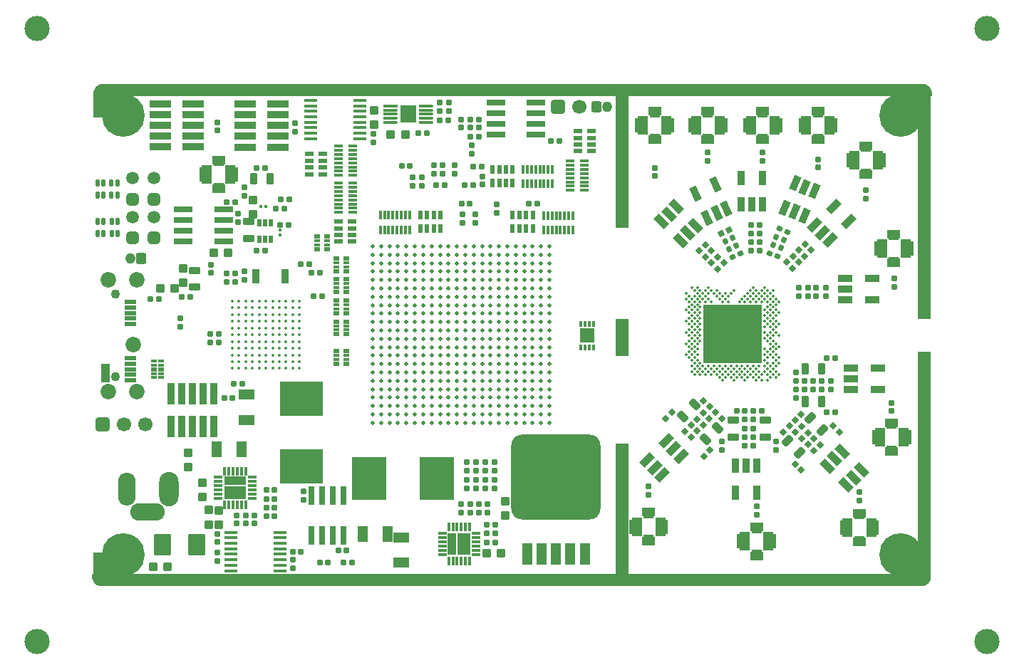
<source format=gts>
G04 Layer_Color=8388736*
%FSLAX44Y44*%
%MOMM*%
G71*
G01*
G75*
%ADD81C,0.3500*%
%ADD107R,7.0000X7.0000*%
%ADD121C,0.5000*%
%ADD171R,1.8500X2.1500*%
G04:AMPARAMS|DCode=172|XSize=0.8mm|YSize=0.5mm|CornerRadius=0.1mm|HoleSize=0mm|Usage=FLASHONLY|Rotation=270.000|XOffset=0mm|YOffset=0mm|HoleType=Round|Shape=RoundedRectangle|*
%AMROUNDEDRECTD172*
21,1,0.8000,0.3000,0,0,270.0*
21,1,0.6000,0.5000,0,0,270.0*
1,1,0.2000,-0.1500,-0.3000*
1,1,0.2000,-0.1500,0.3000*
1,1,0.2000,0.1500,0.3000*
1,1,0.2000,0.1500,-0.3000*
%
%ADD172ROUNDEDRECTD172*%
%ADD173R,1.6500X1.1000*%
%ADD174R,1.3000X1.7000*%
%ADD175R,1.3000X1.3000*%
%ADD176R,1.3000X2.2500*%
G04:AMPARAMS|DCode=177|XSize=0.7mm|YSize=0.7mm|CornerRadius=0.11mm|HoleSize=0mm|Usage=FLASHONLY|Rotation=0.000|XOffset=0mm|YOffset=0mm|HoleType=Round|Shape=RoundedRectangle|*
%AMROUNDEDRECTD177*
21,1,0.7000,0.4800,0,0,0.0*
21,1,0.4800,0.7000,0,0,0.0*
1,1,0.2200,0.2400,-0.2400*
1,1,0.2200,-0.2400,-0.2400*
1,1,0.2200,-0.2400,0.2400*
1,1,0.2200,0.2400,0.2400*
%
%ADD177ROUNDEDRECTD177*%
G04:AMPARAMS|DCode=178|XSize=1.1mm|YSize=1mm|CornerRadius=0.1625mm|HoleSize=0mm|Usage=FLASHONLY|Rotation=0.000|XOffset=0mm|YOffset=0mm|HoleType=Round|Shape=RoundedRectangle|*
%AMROUNDEDRECTD178*
21,1,1.1000,0.6750,0,0,0.0*
21,1,0.7750,1.0000,0,0,0.0*
1,1,0.3250,0.3875,-0.3375*
1,1,0.3250,-0.3875,-0.3375*
1,1,0.3250,-0.3875,0.3375*
1,1,0.3250,0.3875,0.3375*
%
%ADD178ROUNDEDRECTD178*%
G04:AMPARAMS|DCode=179|XSize=1.1mm|YSize=1mm|CornerRadius=0.1625mm|HoleSize=0mm|Usage=FLASHONLY|Rotation=270.000|XOffset=0mm|YOffset=0mm|HoleType=Round|Shape=RoundedRectangle|*
%AMROUNDEDRECTD179*
21,1,1.1000,0.6750,0,0,270.0*
21,1,0.7750,1.0000,0,0,270.0*
1,1,0.3250,-0.3375,-0.3875*
1,1,0.3250,-0.3375,0.3875*
1,1,0.3250,0.3375,0.3875*
1,1,0.3250,0.3375,-0.3875*
%
%ADD179ROUNDEDRECTD179*%
%ADD180R,0.5000X0.9500*%
G04:AMPARAMS|DCode=181|XSize=0.7mm|YSize=0.7mm|CornerRadius=0.11mm|HoleSize=0mm|Usage=FLASHONLY|Rotation=90.000|XOffset=0mm|YOffset=0mm|HoleType=Round|Shape=RoundedRectangle|*
%AMROUNDEDRECTD181*
21,1,0.7000,0.4800,0,0,90.0*
21,1,0.4800,0.7000,0,0,90.0*
1,1,0.2200,0.2400,0.2400*
1,1,0.2200,0.2400,-0.2400*
1,1,0.2200,-0.2400,-0.2400*
1,1,0.2200,-0.2400,0.2400*
%
%ADD181ROUNDEDRECTD181*%
%ADD182R,2.3000X0.6500*%
%ADD183R,1.6000X0.4500*%
%ADD184R,0.6500X2.3000*%
%ADD185R,1.4000X2.7000*%
G04:AMPARAMS|DCode=186|XSize=0.6mm|YSize=0.7mm|CornerRadius=0.1mm|HoleSize=0mm|Usage=FLASHONLY|Rotation=270.000|XOffset=0mm|YOffset=0mm|HoleType=Round|Shape=RoundedRectangle|*
%AMROUNDEDRECTD186*
21,1,0.6000,0.5000,0,0,270.0*
21,1,0.4000,0.7000,0,0,270.0*
1,1,0.2000,-0.2500,-0.2000*
1,1,0.2000,-0.2500,0.2000*
1,1,0.2000,0.2500,0.2000*
1,1,0.2000,0.2500,-0.2000*
%
%ADD186ROUNDEDRECTD186*%
G04:AMPARAMS|DCode=187|XSize=0.6mm|YSize=0.7mm|CornerRadius=0.1mm|HoleSize=0mm|Usage=FLASHONLY|Rotation=0.000|XOffset=0mm|YOffset=0mm|HoleType=Round|Shape=RoundedRectangle|*
%AMROUNDEDRECTD187*
21,1,0.6000,0.5000,0,0,0.0*
21,1,0.4000,0.7000,0,0,0.0*
1,1,0.2000,0.2000,-0.2500*
1,1,0.2000,-0.2000,-0.2500*
1,1,0.2000,-0.2000,0.2500*
1,1,0.2000,0.2000,0.2500*
%
%ADD187ROUNDEDRECTD187*%
%ADD188R,2.5000X0.8500*%
%ADD189R,0.8500X2.5000*%
G04:AMPARAMS|DCode=190|XSize=2.6mm|YSize=2.1mm|CornerRadius=0.3mm|HoleSize=0mm|Usage=FLASHONLY|Rotation=90.000|XOffset=0mm|YOffset=0mm|HoleType=Round|Shape=RoundedRectangle|*
%AMROUNDEDRECTD190*
21,1,2.6000,1.5000,0,0,90.0*
21,1,2.0000,2.1000,0,0,90.0*
1,1,0.6000,0.7500,1.0000*
1,1,0.6000,0.7500,-1.0000*
1,1,0.6000,-0.7500,-1.0000*
1,1,0.6000,-0.7500,1.0000*
%
%ADD190ROUNDEDRECTD190*%
%ADD191R,0.4500X0.4000*%
%ADD192R,0.4000X0.4500*%
%ADD193R,0.3500X0.7250*%
%ADD194R,1.7000X1.7000*%
G04:AMPARAMS|DCode=195|XSize=2.6mm|YSize=1.2mm|CornerRadius=0.1875mm|HoleSize=0mm|Usage=FLASHONLY|Rotation=270.000|XOffset=0mm|YOffset=0mm|HoleType=Round|Shape=RoundedRectangle|*
%AMROUNDEDRECTD195*
21,1,2.6000,0.8250,0,0,270.0*
21,1,2.2250,1.2000,0,0,270.0*
1,1,0.3750,-0.4125,-1.1125*
1,1,0.3750,-0.4125,1.1125*
1,1,0.3750,0.4125,1.1125*
1,1,0.3750,0.4125,-1.1125*
%
%ADD195ROUNDEDRECTD195*%
G04:AMPARAMS|DCode=196|XSize=10.1mm|YSize=10.6mm|CornerRadius=1.3mm|HoleSize=0mm|Usage=FLASHONLY|Rotation=270.000|XOffset=0mm|YOffset=0mm|HoleType=Round|Shape=RoundedRectangle|*
%AMROUNDEDRECTD196*
21,1,10.1000,8.0000,0,0,270.0*
21,1,7.5000,10.6000,0,0,270.0*
1,1,2.6000,-4.0000,-3.7500*
1,1,2.6000,-4.0000,3.7500*
1,1,2.6000,4.0000,3.7500*
1,1,2.6000,4.0000,-3.7500*
%
%ADD196ROUNDEDRECTD196*%
G04:AMPARAMS|DCode=197|XSize=1.4mm|YSize=0.9mm|CornerRadius=0.15mm|HoleSize=0mm|Usage=FLASHONLY|Rotation=180.000|XOffset=0mm|YOffset=0mm|HoleType=Round|Shape=RoundedRectangle|*
%AMROUNDEDRECTD197*
21,1,1.4000,0.6000,0,0,180.0*
21,1,1.1000,0.9000,0,0,180.0*
1,1,0.3000,-0.5500,0.3000*
1,1,0.3000,0.5500,0.3000*
1,1,0.3000,0.5500,-0.3000*
1,1,0.3000,-0.5500,-0.3000*
%
%ADD197ROUNDEDRECTD197*%
%ADD198R,5.1000X4.1000*%
%ADD199R,2.6500X1.0000*%
%ADD200R,2.6500X1.5000*%
%ADD201R,0.3500X1.1000*%
%ADD202R,1.1000X0.3500*%
G04:AMPARAMS|DCode=203|XSize=1.9mm|YSize=1.25mm|CornerRadius=0.1938mm|HoleSize=0mm|Usage=FLASHONLY|Rotation=0.000|XOffset=0mm|YOffset=0mm|HoleType=Round|Shape=RoundedRectangle|*
%AMROUNDEDRECTD203*
21,1,1.9000,0.8625,0,0,0.0*
21,1,1.5125,1.2500,0,0,0.0*
1,1,0.3875,0.7562,-0.4313*
1,1,0.3875,-0.7562,-0.4313*
1,1,0.3875,-0.7562,0.4313*
1,1,0.3875,0.7562,0.4313*
%
%ADD203ROUNDEDRECTD203*%
G04:AMPARAMS|DCode=204|XSize=1.9mm|YSize=1.25mm|CornerRadius=0.1938mm|HoleSize=0mm|Usage=FLASHONLY|Rotation=90.000|XOffset=0mm|YOffset=0mm|HoleType=Round|Shape=RoundedRectangle|*
%AMROUNDEDRECTD204*
21,1,1.9000,0.8625,0,0,90.0*
21,1,1.5125,1.2500,0,0,90.0*
1,1,0.3875,0.4313,0.7562*
1,1,0.3875,0.4313,-0.7562*
1,1,0.3875,-0.4313,-0.7562*
1,1,0.3875,-0.4313,0.7562*
%
%ADD204ROUNDEDRECTD204*%
G04:AMPARAMS|DCode=205|XSize=1.4mm|YSize=0.9mm|CornerRadius=0.15mm|HoleSize=0mm|Usage=FLASHONLY|Rotation=90.000|XOffset=0mm|YOffset=0mm|HoleType=Round|Shape=RoundedRectangle|*
%AMROUNDEDRECTD205*
21,1,1.4000,0.6000,0,0,90.0*
21,1,1.1000,0.9000,0,0,90.0*
1,1,0.3000,0.3000,0.5500*
1,1,0.3000,0.3000,-0.5500*
1,1,0.3000,-0.3000,-0.5500*
1,1,0.3000,-0.3000,0.5500*
%
%ADD205ROUNDEDRECTD205*%
G04:AMPARAMS|DCode=206|XSize=1.4mm|YSize=0.9mm|CornerRadius=0.15mm|HoleSize=0mm|Usage=FLASHONLY|Rotation=45.000|XOffset=0mm|YOffset=0mm|HoleType=Round|Shape=RoundedRectangle|*
%AMROUNDEDRECTD206*
21,1,1.4000,0.6000,0,0,45.0*
21,1,1.1000,0.9000,0,0,45.0*
1,1,0.3000,0.6010,0.1768*
1,1,0.3000,-0.1768,-0.6010*
1,1,0.3000,-0.6010,-0.1768*
1,1,0.3000,0.1768,0.6010*
%
%ADD206ROUNDEDRECTD206*%
G04:AMPARAMS|DCode=207|XSize=1.4mm|YSize=0.9mm|CornerRadius=0.15mm|HoleSize=0mm|Usage=FLASHONLY|Rotation=315.000|XOffset=0mm|YOffset=0mm|HoleType=Round|Shape=RoundedRectangle|*
%AMROUNDEDRECTD207*
21,1,1.4000,0.6000,0,0,315.0*
21,1,1.1000,0.9000,0,0,315.0*
1,1,0.3000,0.1768,-0.6010*
1,1,0.3000,-0.6010,0.1768*
1,1,0.3000,-0.1768,0.6010*
1,1,0.3000,0.6010,-0.1768*
%
%ADD207ROUNDEDRECTD207*%
G04:AMPARAMS|DCode=208|XSize=0.6mm|YSize=0.7mm|CornerRadius=0.1mm|HoleSize=0mm|Usage=FLASHONLY|Rotation=67.500|XOffset=0mm|YOffset=0mm|HoleType=Round|Shape=RoundedRectangle|*
%AMROUNDEDRECTD208*
21,1,0.6000,0.5000,0,0,67.5*
21,1,0.4000,0.7000,0,0,67.5*
1,1,0.2000,0.3075,0.0891*
1,1,0.2000,0.1544,-0.2804*
1,1,0.2000,-0.3075,-0.0891*
1,1,0.2000,-0.1544,0.2804*
%
%ADD208ROUNDEDRECTD208*%
%ADD209R,1.0500X0.5000*%
%ADD210R,0.5000X1.0500*%
%ADD211R,1.0500X0.4500*%
%ADD212R,0.4500X1.0500*%
%ADD213R,1.0000X2.6500*%
%ADD214R,1.5000X2.6500*%
%ADD215R,4.1000X5.1000*%
%ADD216R,0.7000X0.5500*%
%ADD217R,0.7000X0.4000*%
%ADD218R,0.9000X1.8000*%
G04:AMPARAMS|DCode=219|XSize=0.6mm|YSize=0.7mm|CornerRadius=0.1mm|HoleSize=0mm|Usage=FLASHONLY|Rotation=135.000|XOffset=0mm|YOffset=0mm|HoleType=Round|Shape=RoundedRectangle|*
%AMROUNDEDRECTD219*
21,1,0.6000,0.5000,0,0,135.0*
21,1,0.4000,0.7000,0,0,135.0*
1,1,0.2000,0.0354,0.3182*
1,1,0.2000,0.3182,0.0354*
1,1,0.2000,-0.0354,-0.3182*
1,1,0.2000,-0.3182,-0.0354*
%
%ADD219ROUNDEDRECTD219*%
G04:AMPARAMS|DCode=220|XSize=0.6mm|YSize=0.7mm|CornerRadius=0.1mm|HoleSize=0mm|Usage=FLASHONLY|Rotation=337.500|XOffset=0mm|YOffset=0mm|HoleType=Round|Shape=RoundedRectangle|*
%AMROUNDEDRECTD220*
21,1,0.6000,0.5000,0,0,337.5*
21,1,0.4000,0.7000,0,0,337.5*
1,1,0.2000,0.0891,-0.3075*
1,1,0.2000,-0.2804,-0.1544*
1,1,0.2000,-0.0891,0.3075*
1,1,0.2000,0.2804,0.1544*
%
%ADD220ROUNDEDRECTD220*%
G04:AMPARAMS|DCode=221|XSize=0.86mm|YSize=1.75mm|CornerRadius=0mm|HoleSize=0mm|Usage=FLASHONLY|Rotation=315.000|XOffset=0mm|YOffset=0mm|HoleType=Round|Shape=Rectangle|*
%AMROTATEDRECTD221*
4,1,4,-0.9228,-0.3147,0.3147,0.9228,0.9228,0.3147,-0.3147,-0.9228,-0.9228,-0.3147,0.0*
%
%ADD221ROTATEDRECTD221*%

G04:AMPARAMS|DCode=222|XSize=0.7mm|YSize=0.7mm|CornerRadius=0.11mm|HoleSize=0mm|Usage=FLASHONLY|Rotation=225.000|XOffset=0mm|YOffset=0mm|HoleType=Round|Shape=RoundedRectangle|*
%AMROUNDEDRECTD222*
21,1,0.7000,0.4800,0,0,225.0*
21,1,0.4800,0.7000,0,0,225.0*
1,1,0.2200,-0.3394,0.0000*
1,1,0.2200,0.0000,0.3394*
1,1,0.2200,0.3394,0.0000*
1,1,0.2200,0.0000,-0.3394*
%
%ADD222ROUNDEDRECTD222*%
G04:AMPARAMS|DCode=223|XSize=0.6mm|YSize=0.7mm|CornerRadius=0.1mm|HoleSize=0mm|Usage=FLASHONLY|Rotation=225.000|XOffset=0mm|YOffset=0mm|HoleType=Round|Shape=RoundedRectangle|*
%AMROUNDEDRECTD223*
21,1,0.6000,0.5000,0,0,225.0*
21,1,0.4000,0.7000,0,0,225.0*
1,1,0.2000,-0.3182,0.0354*
1,1,0.2000,-0.0354,0.3182*
1,1,0.2000,0.3182,-0.0354*
1,1,0.2000,0.0354,-0.3182*
%
%ADD223ROUNDEDRECTD223*%
G04:AMPARAMS|DCode=224|XSize=0.6mm|YSize=0.7mm|CornerRadius=0.1mm|HoleSize=0mm|Usage=FLASHONLY|Rotation=25.000|XOffset=0mm|YOffset=0mm|HoleType=Round|Shape=RoundedRectangle|*
%AMROUNDEDRECTD224*
21,1,0.6000,0.5000,0,0,25.0*
21,1,0.4000,0.7000,0,0,25.0*
1,1,0.2000,0.2869,-0.1421*
1,1,0.2000,-0.0756,-0.3111*
1,1,0.2000,-0.2869,0.1421*
1,1,0.2000,0.0756,0.3111*
%
%ADD224ROUNDEDRECTD224*%
G04:AMPARAMS|DCode=225|XSize=0.6mm|YSize=0.7mm|CornerRadius=0.1mm|HoleSize=0mm|Usage=FLASHONLY|Rotation=115.000|XOffset=0mm|YOffset=0mm|HoleType=Round|Shape=RoundedRectangle|*
%AMROUNDEDRECTD225*
21,1,0.6000,0.5000,0,0,115.0*
21,1,0.4000,0.7000,0,0,115.0*
1,1,0.2000,0.1421,0.2869*
1,1,0.2000,0.3111,-0.0756*
1,1,0.2000,-0.1421,-0.2869*
1,1,0.2000,-0.3111,0.0756*
%
%ADD225ROUNDEDRECTD225*%
G04:AMPARAMS|DCode=226|XSize=0.7mm|YSize=0.7mm|CornerRadius=0.11mm|HoleSize=0mm|Usage=FLASHONLY|Rotation=315.000|XOffset=0mm|YOffset=0mm|HoleType=Round|Shape=RoundedRectangle|*
%AMROUNDEDRECTD226*
21,1,0.7000,0.4800,0,0,315.0*
21,1,0.4800,0.7000,0,0,315.0*
1,1,0.2200,0.0000,-0.3394*
1,1,0.2200,-0.3394,0.0000*
1,1,0.2200,0.0000,0.3394*
1,1,0.2200,0.3394,0.0000*
%
%ADD226ROUNDEDRECTD226*%
G04:AMPARAMS|DCode=227|XSize=0.7mm|YSize=0.7mm|CornerRadius=0.11mm|HoleSize=0mm|Usage=FLASHONLY|Rotation=115.000|XOffset=0mm|YOffset=0mm|HoleType=Round|Shape=RoundedRectangle|*
%AMROUNDEDRECTD227*
21,1,0.7000,0.4800,0,0,115.0*
21,1,0.4800,0.7000,0,0,115.0*
1,1,0.2200,0.1161,0.3189*
1,1,0.2200,0.3189,-0.1161*
1,1,0.2200,-0.1161,-0.3189*
1,1,0.2200,-0.3189,0.1161*
%
%ADD227ROUNDEDRECTD227*%
G04:AMPARAMS|DCode=228|XSize=0.86mm|YSize=1.75mm|CornerRadius=0mm|HoleSize=0mm|Usage=FLASHONLY|Rotation=45.000|XOffset=0mm|YOffset=0mm|HoleType=Round|Shape=Rectangle|*
%AMROTATEDRECTD228*
4,1,4,0.3147,-0.9228,-0.9228,0.3147,-0.3147,0.9228,0.9228,-0.3147,0.3147,-0.9228,0.0*
%
%ADD228ROTATEDRECTD228*%

%ADD229R,0.8600X1.7500*%
G04:AMPARAMS|DCode=230|XSize=0.86mm|YSize=1.75mm|CornerRadius=0mm|HoleSize=0mm|Usage=FLASHONLY|Rotation=157.500|XOffset=0mm|YOffset=0mm|HoleType=Round|Shape=Rectangle|*
%AMROTATEDRECTD230*
4,1,4,0.7321,0.6438,0.0624,-0.9729,-0.7321,-0.6438,-0.0624,0.9729,0.7321,0.6438,0.0*
%
%ADD230ROTATEDRECTD230*%

G04:AMPARAMS|DCode=231|XSize=0.86mm|YSize=1.75mm|CornerRadius=0mm|HoleSize=0mm|Usage=FLASHONLY|Rotation=25.000|XOffset=0mm|YOffset=0mm|HoleType=Round|Shape=Rectangle|*
%AMROTATEDRECTD231*
4,1,4,-0.0199,-0.9748,-0.7595,0.6113,0.0199,0.9748,0.7595,-0.6113,-0.0199,-0.9748,0.0*
%
%ADD231ROTATEDRECTD231*%

%ADD232R,1.7500X0.8600*%
%ADD233R,0.7750X0.5000*%
%ADD234R,0.7750X0.3000*%
G04:AMPARAMS|DCode=235|XSize=1.7mm|YSize=2mm|CornerRadius=0.25mm|HoleSize=0mm|Usage=FLASHONLY|Rotation=180.000|XOffset=0mm|YOffset=0mm|HoleType=Round|Shape=RoundedRectangle|*
%AMROUNDEDRECTD235*
21,1,1.7000,1.5000,0,0,180.0*
21,1,1.2000,2.0000,0,0,180.0*
1,1,0.5000,-0.6000,0.7500*
1,1,0.5000,0.6000,0.7500*
1,1,0.5000,0.6000,-0.7500*
1,1,0.5000,-0.6000,-0.7500*
%
%ADD235ROUNDEDRECTD235*%
%ADD236O,1.7000X0.4000*%
G04:AMPARAMS|DCode=237|XSize=1.7mm|YSize=0.4mm|CornerRadius=0.0875mm|HoleSize=0mm|Usage=FLASHONLY|Rotation=0.000|XOffset=0mm|YOffset=0mm|HoleType=Round|Shape=RoundedRectangle|*
%AMROUNDEDRECTD237*
21,1,1.7000,0.2250,0,0,0.0*
21,1,1.5250,0.4000,0,0,0.0*
1,1,0.1750,0.7625,-0.1125*
1,1,0.1750,-0.7625,-0.1125*
1,1,0.1750,-0.7625,0.1125*
1,1,0.1750,0.7625,0.1125*
%
%ADD237ROUNDEDRECTD237*%
%ADD238C,0.4800*%
%ADD239R,1.0800X2.2800*%
%ADD240R,1.4500X0.5000*%
%ADD241R,1.6500X15.9750*%
%ADD242R,1.6500X26.7000*%
%ADD243R,1.6500X15.7000*%
%ADD244R,1.6500X4.4000*%
%ADD245C,3.0000*%
G04:AMPARAMS|DCode=246|XSize=1.624mm|YSize=1.624mm|CornerRadius=0.2405mm|HoleSize=0mm|Usage=FLASHONLY|Rotation=90.000|XOffset=0mm|YOffset=0mm|HoleType=Round|Shape=RoundedRectangle|*
%AMROUNDEDRECTD246*
21,1,1.6240,1.1430,0,0,90.0*
21,1,1.1430,1.6240,0,0,90.0*
1,1,0.4810,0.5715,0.5715*
1,1,0.4810,0.5715,-0.5715*
1,1,0.4810,-0.5715,-0.5715*
1,1,0.4810,-0.5715,0.5715*
%
%ADD246ROUNDEDRECTD246*%
%ADD247C,1.7000*%
%ADD248C,5.1000*%
%ADD249C,0.7604*%
G04:AMPARAMS|DCode=250|XSize=1.5mm|YSize=1.5mm|CornerRadius=0.4mm|HoleSize=0mm|Usage=FLASHONLY|Rotation=90.000|XOffset=0mm|YOffset=0mm|HoleType=Round|Shape=RoundedRectangle|*
%AMROUNDEDRECTD250*
21,1,1.5000,0.7000,0,0,90.0*
21,1,0.7000,1.5000,0,0,90.0*
1,1,0.8000,0.3500,0.3500*
1,1,0.8000,0.3500,-0.3500*
1,1,0.8000,-0.3500,-0.3500*
1,1,0.8000,-0.3500,0.3500*
%
%ADD250ROUNDEDRECTD250*%
%ADD251C,1.5000*%
%ADD252O,2.1000X3.9000*%
%ADD253O,2.3000X4.1000*%
%ADD254O,4.1000X2.1000*%
%ADD255C,1.8500*%
%ADD256C,1.1000*%
G04:AMPARAMS|DCode=257|XSize=1.3mm|YSize=1.2mm|CornerRadius=0.1875mm|HoleSize=0mm|Usage=FLASHONLY|Rotation=270.000|XOffset=0mm|YOffset=0mm|HoleType=Round|Shape=RoundedRectangle|*
%AMROUNDEDRECTD257*
21,1,1.3000,0.8250,0,0,270.0*
21,1,0.9250,1.2000,0,0,270.0*
1,1,0.3750,-0.4125,-0.4625*
1,1,0.3750,-0.4125,0.4625*
1,1,0.3750,0.4125,0.4625*
1,1,0.3750,0.4125,-0.4625*
%
%ADD257ROUNDEDRECTD257*%
%ADD258O,1.2000X1.3000*%
G36*
X16000Y598752D02*
X988000Y598752D01*
X988673D01*
X988706Y598750D01*
X988739D01*
X988772Y598746D01*
X988804Y598744D01*
X988836Y598737D01*
X988869Y598733D01*
X990849Y598339D01*
X990881Y598330D01*
X990913Y598324D01*
X990944Y598314D01*
X990976Y598305D01*
X991006Y598293D01*
X991037Y598282D01*
X992903Y597509D01*
X992932Y597495D01*
X992962Y597482D01*
X992991Y597466D01*
X993020Y597451D01*
X993047Y597433D01*
X993076Y597417D01*
X994755Y596295D01*
X994781Y596275D01*
X994808Y596257D01*
X994833Y596235D01*
X994859Y596215D01*
X994882Y596192D01*
X994906Y596170D01*
X996334Y594743D01*
X996356Y594718D01*
X996379Y594695D01*
X996399Y594669D01*
X996421Y594644D01*
X996439Y594617D01*
X996459Y594591D01*
X997581Y592912D01*
X997597Y592883D01*
X997615Y592856D01*
X997630Y592827D01*
X997646Y592798D01*
X997659Y592768D01*
X997673Y592739D01*
X998446Y590873D01*
X998456Y590842D01*
X998469Y590812D01*
X998477Y590780D01*
X998488Y590749D01*
X998494Y590717D01*
X998503Y590685D01*
X998897Y588705D01*
X998901Y588672D01*
X998907Y588640D01*
X998910Y588608D01*
X998914Y588575D01*
Y588542D01*
X998916Y588509D01*
Y587500D01*
Y584750D01*
X998907Y584619D01*
X998882Y584491D01*
X998840Y584366D01*
X998782Y584249D01*
X998709Y584140D01*
X998623Y584041D01*
X998524Y583955D01*
X998415Y583882D01*
X998297Y583824D01*
X998173Y583782D01*
X998045Y583756D01*
X997914Y583748D01*
X990002D01*
Y559500D01*
X989994Y559369D01*
X989968Y559241D01*
X989926Y559117D01*
X989868Y558999D01*
X989795Y558890D01*
X989709Y558791D01*
X989610Y558705D01*
X989501Y558632D01*
X989383Y558574D01*
X989259Y558532D01*
X989131Y558507D01*
X989000Y558498D01*
X988869Y558507D01*
X988741Y558532D01*
X988616Y558574D01*
X988499Y558632D01*
X988390Y558705D01*
X988291Y558791D01*
X963335Y583748D01*
X36665Y583748D01*
X11709Y558791D01*
X11610Y558705D01*
X11501Y558632D01*
X11384Y558574D01*
X11259Y558532D01*
X11131Y558507D01*
X11000Y558498D01*
X10869Y558507D01*
X10741Y558532D01*
X10617Y558574D01*
X10499Y558632D01*
X10390Y558705D01*
X10291Y558791D01*
X10205Y558890D01*
X10132Y558999D01*
X10074Y559117D01*
X10032Y559241D01*
X10007Y559369D01*
X9998Y559500D01*
Y583748D01*
X3750D01*
X3619Y583756D01*
X3491Y583782D01*
X3366Y583824D01*
X3249Y583882D01*
X3140Y583955D01*
X3041Y584041D01*
X2955Y584140D01*
X2882Y584249D01*
X2824Y584366D01*
X2782Y584491D01*
X2756Y584619D01*
X2748Y584750D01*
Y587500D01*
Y588510D01*
X2750Y588542D01*
Y588575D01*
X2754Y588608D01*
X2756Y588640D01*
X2763Y588672D01*
X2767Y588705D01*
X3161Y590685D01*
X3169Y590717D01*
X3176Y590749D01*
X3186Y590780D01*
X3195Y590812D01*
X3207Y590842D01*
X3218Y590873D01*
X3991Y592739D01*
X4005Y592768D01*
X4018Y592799D01*
X4034Y592827D01*
X4049Y592856D01*
X4067Y592884D01*
X4083Y592912D01*
X5205Y594591D01*
X5225Y594617D01*
X5243Y594644D01*
X5265Y594669D01*
X5285Y594695D01*
X5308Y594718D01*
X5330Y594743D01*
X6757Y596170D01*
X6782Y596192D01*
X6805Y596215D01*
X6831Y596235D01*
X6856Y596257D01*
X6883Y596275D01*
X6909Y596295D01*
X8588Y597417D01*
X8616Y597433D01*
X8644Y597451D01*
X8673Y597466D01*
X8702Y597482D01*
X8732Y597495D01*
X8761Y597509D01*
X10627Y598282D01*
X10658Y598293D01*
X10688Y598305D01*
X10720Y598314D01*
X10751Y598324D01*
X10783Y598330D01*
X10815Y598339D01*
X11907Y598556D01*
X11999Y598618D01*
X12117Y598676D01*
X12241Y598718D01*
X12369Y598744D01*
X12500Y598752D01*
X12990D01*
D01*
X16000D01*
D01*
D02*
G37*
G36*
X989131Y41494D02*
X989259Y41468D01*
X989383Y41426D01*
X989501Y41368D01*
X989610Y41295D01*
X989709Y41209D01*
X989795Y41110D01*
X989868Y41001D01*
X989926Y40883D01*
X989968Y40759D01*
X989994Y40631D01*
X990002Y40500D01*
Y16252D01*
X996664D01*
X996795Y16244D01*
X996923Y16218D01*
X997048Y16176D01*
X997165Y16118D01*
X997274Y16045D01*
X997373Y15959D01*
X997459Y15860D01*
X997532Y15751D01*
X997590Y15633D01*
X997632Y15509D01*
X997657Y15381D01*
X997666Y15250D01*
Y12500D01*
Y11490D01*
X997664Y11458D01*
Y11425D01*
X997660Y11392D01*
X997657Y11360D01*
X997651Y11328D01*
X997647Y11295D01*
X997253Y9315D01*
X997244Y9283D01*
X997238Y9251D01*
X997228Y9220D01*
X997219Y9188D01*
X997206Y9158D01*
X997196Y9127D01*
X996423Y7261D01*
X996409Y7232D01*
X996396Y7202D01*
X996380Y7173D01*
X996365Y7144D01*
X996347Y7116D01*
X996331Y7088D01*
X995209Y5409D01*
X995189Y5383D01*
X995171Y5356D01*
X995149Y5331D01*
X995129Y5305D01*
X995106Y5282D01*
X995084Y5257D01*
X993657Y3830D01*
X993632Y3808D01*
X993609Y3785D01*
X993583Y3765D01*
X993558Y3743D01*
X993531Y3725D01*
X993505Y3705D01*
X991826Y2583D01*
X991797Y2567D01*
X991770Y2549D01*
X991741Y2534D01*
X991712Y2518D01*
X991682Y2505D01*
X991653Y2491D01*
X989787Y1718D01*
X989756Y1708D01*
X989726Y1695D01*
X989694Y1686D01*
X989663Y1676D01*
X989631Y1670D01*
X989599Y1661D01*
X988624Y1467D01*
X988610Y1455D01*
X988501Y1382D01*
X988383Y1324D01*
X988259Y1282D01*
X988131Y1257D01*
X988000Y1248D01*
X14500Y1248D01*
D01*
X11490D01*
X11458Y1250D01*
X11425D01*
X11392Y1254D01*
X11360Y1256D01*
X11328Y1263D01*
X11295Y1267D01*
X9315Y1661D01*
X9283Y1669D01*
X9251Y1676D01*
X9220Y1686D01*
X9188Y1695D01*
X9158Y1707D01*
X9127Y1718D01*
X7261Y2491D01*
X7232Y2505D01*
X7201Y2518D01*
X7173Y2534D01*
X7144Y2549D01*
X7117Y2567D01*
X7088Y2583D01*
X5409Y3705D01*
X5383Y3725D01*
X5356Y3743D01*
X5331Y3765D01*
X5305Y3785D01*
X5282Y3808D01*
X5257Y3830D01*
X3830Y5257D01*
X3808Y5282D01*
X3785Y5305D01*
X3765Y5331D01*
X3743Y5356D01*
X3725Y5383D01*
X3705Y5409D01*
X2583Y7088D01*
X2567Y7116D01*
X2549Y7144D01*
X2534Y7173D01*
X2518Y7201D01*
X2505Y7232D01*
X2491Y7261D01*
X1718Y9127D01*
X1708Y9158D01*
X1695Y9188D01*
X1686Y9220D01*
X1676Y9251D01*
X1670Y9283D01*
X1661Y9315D01*
X1267Y11295D01*
X1263Y11328D01*
X1256Y11360D01*
X1254Y11392D01*
X1250Y11425D01*
Y11458D01*
X1248Y11490D01*
Y12500D01*
Y15250D01*
X1256Y15381D01*
X1282Y15509D01*
X1324Y15633D01*
X1382Y15751D01*
X1455Y15860D01*
X1541Y15959D01*
X1640Y16045D01*
X1749Y16118D01*
X1866Y16176D01*
X1991Y16218D01*
X2119Y16243D01*
X2250Y16252D01*
X9998D01*
Y40500D01*
X10007Y40631D01*
X10032Y40759D01*
X10074Y40883D01*
X10132Y41001D01*
X10205Y41110D01*
X10291Y41209D01*
X10390Y41295D01*
X10499Y41368D01*
X10617Y41426D01*
X10741Y41468D01*
X10869Y41494D01*
X11000Y41502D01*
X11131Y41494D01*
X11259Y41468D01*
X11384Y41426D01*
X11501Y41368D01*
X11610Y41295D01*
X11709Y41209D01*
X36665Y16252D01*
X963335Y16252D01*
X988291Y41209D01*
X988390Y41295D01*
X988499Y41368D01*
X988616Y41426D01*
X988741Y41468D01*
X988869Y41494D01*
X989000Y41502D01*
X989131Y41494D01*
D02*
G37*
D81*
X750110Y246483D02*
D03*
X763430D02*
D03*
X776750D02*
D03*
X790070D02*
D03*
X796730D02*
D03*
X786740Y249813D02*
D03*
X780080D02*
D03*
X773420D02*
D03*
X766760D02*
D03*
X760100D02*
D03*
X753440D02*
D03*
X746780D02*
D03*
X793400D02*
D03*
X803390Y246483D02*
D03*
X796730Y253143D02*
D03*
X736790D02*
D03*
X743450D02*
D03*
X750110D02*
D03*
X756770D02*
D03*
X763430D02*
D03*
X770090D02*
D03*
X776750D02*
D03*
X783410D02*
D03*
X790070D02*
D03*
X740120Y256473D02*
D03*
X746780D02*
D03*
X753440D02*
D03*
X760100D02*
D03*
X766760D02*
D03*
X773420D02*
D03*
X780080D02*
D03*
X786740D02*
D03*
X793400D02*
D03*
X783410Y259803D02*
D03*
X790070D02*
D03*
X776750D02*
D03*
X770090D02*
D03*
X763430D02*
D03*
X756770D02*
D03*
X750110D02*
D03*
X743450D02*
D03*
X736790D02*
D03*
X813380Y263133D02*
D03*
X806720D02*
D03*
X800060D02*
D03*
X793400D02*
D03*
X786740D02*
D03*
X780080D02*
D03*
X773420D02*
D03*
X766760D02*
D03*
X760100D02*
D03*
X753440D02*
D03*
X746780D02*
D03*
X740120D02*
D03*
X733460D02*
D03*
X713480Y256473D02*
D03*
X716810Y253143D02*
D03*
X713480Y263133D02*
D03*
X716810Y259803D02*
D03*
X720140Y256473D02*
D03*
X723470Y253143D02*
D03*
X730130Y259803D02*
D03*
X733460Y256473D02*
D03*
X726800D02*
D03*
X730130Y253143D02*
D03*
X723470Y259803D02*
D03*
X720140Y263133D02*
D03*
X716810Y266463D02*
D03*
X710150Y273123D02*
D03*
X713480Y269793D02*
D03*
X706820Y276453D02*
D03*
X726800Y263133D02*
D03*
X723470Y266463D02*
D03*
X720140Y269793D02*
D03*
X713480Y276453D02*
D03*
X716810Y273123D02*
D03*
X710150Y279783D02*
D03*
X720140Y276453D02*
D03*
X716810Y279783D02*
D03*
X710150Y286443D02*
D03*
X713480Y283113D02*
D03*
X706820Y289773D02*
D03*
X720140Y283113D02*
D03*
X716810Y286443D02*
D03*
X710150Y293103D02*
D03*
X713480Y289773D02*
D03*
X720140Y289773D02*
D03*
X716810Y293103D02*
D03*
X710150Y299763D02*
D03*
X713480Y296433D02*
D03*
X706820Y303093D02*
D03*
X723470Y293103D02*
D03*
X720140Y296433D02*
D03*
X716810Y299763D02*
D03*
X710150Y306423D02*
D03*
X713480Y303093D02*
D03*
X723470Y299763D02*
D03*
X720140Y303093D02*
D03*
X716810Y306423D02*
D03*
X710150Y313083D02*
D03*
X713480Y309753D02*
D03*
X706820Y316413D02*
D03*
X723470Y306423D02*
D03*
X720140Y309753D02*
D03*
X716810Y313083D02*
D03*
X710150Y319743D02*
D03*
X713480Y316413D02*
D03*
X723470Y313083D02*
D03*
X720140Y316413D02*
D03*
X716810Y319743D02*
D03*
X710150Y326403D02*
D03*
X713480Y323073D02*
D03*
X706820Y329733D02*
D03*
X723470Y319743D02*
D03*
X720140Y323073D02*
D03*
X716810Y326403D02*
D03*
X710150Y333063D02*
D03*
X713480Y329733D02*
D03*
X723470Y326403D02*
D03*
X720140Y329733D02*
D03*
X716810Y333063D02*
D03*
X710150Y339723D02*
D03*
X713480Y336393D02*
D03*
X706820Y343053D02*
D03*
X723470Y333063D02*
D03*
X720140Y336393D02*
D03*
X716810Y339723D02*
D03*
X710150Y346383D02*
D03*
X713480Y343053D02*
D03*
X706820Y349713D02*
D03*
X723470Y339723D02*
D03*
X720140Y343053D02*
D03*
X716810Y346383D02*
D03*
X730130Y339723D02*
D03*
X726800Y343053D02*
D03*
X723470Y346383D02*
D03*
X716810Y353044D02*
D03*
X720140Y349714D02*
D03*
X713480Y356373D02*
D03*
X720140D02*
D03*
X726800Y349714D02*
D03*
X723470Y353044D02*
D03*
X730130Y346383D02*
D03*
X733460Y343053D02*
D03*
X736790Y339723D02*
D03*
X733460Y349714D02*
D03*
X730130Y353044D02*
D03*
X733460Y356373D02*
D03*
X736790Y353044D02*
D03*
X753440Y349714D02*
D03*
X740120D02*
D03*
X743450Y353044D02*
D03*
Y346384D02*
D03*
X746780Y349714D02*
D03*
X750110Y346384D02*
D03*
X746780Y343053D02*
D03*
X763430Y353044D02*
D03*
X760100Y349714D02*
D03*
X756770Y346384D02*
D03*
X753440Y343053D02*
D03*
X750110Y339723D02*
D03*
X756770D02*
D03*
X810050Y353044D02*
D03*
X803390Y253143D02*
D03*
X800060Y256473D02*
D03*
X806720Y249813D02*
D03*
X813380D02*
D03*
X803390Y259803D02*
D03*
X810050Y253143D02*
D03*
X806720Y256473D02*
D03*
X813380D02*
D03*
X816710Y253143D02*
D03*
X803390Y266463D02*
D03*
X800060Y269793D02*
D03*
X810050Y259803D02*
D03*
X803390Y273123D02*
D03*
X800060Y276453D02*
D03*
X810050Y266463D02*
D03*
X813380Y269793D02*
D03*
X816710Y266463D02*
D03*
X803390Y279783D02*
D03*
X800060Y283113D02*
D03*
X810050Y273123D02*
D03*
X806720Y276453D02*
D03*
X813380D02*
D03*
X816710Y273123D02*
D03*
X810050Y279783D02*
D03*
X806720Y283113D02*
D03*
X813380D02*
D03*
X803390Y293103D02*
D03*
X800060Y296433D02*
D03*
X810050Y286443D02*
D03*
X806720Y289773D02*
D03*
X813380D02*
D03*
X816710Y286443D02*
D03*
X803390Y299763D02*
D03*
X800060Y303093D02*
D03*
X810050Y293103D02*
D03*
X806720Y296433D02*
D03*
Y303093D02*
D03*
X810050Y299763D02*
D03*
X800060Y309753D02*
D03*
X806720D02*
D03*
X810050Y306423D02*
D03*
X800060Y316413D02*
D03*
X803390Y313083D02*
D03*
X816710Y299763D02*
D03*
X813380Y303093D02*
D03*
X803390Y319743D02*
D03*
X806720Y316413D02*
D03*
X800060Y323073D02*
D03*
X813380Y309753D02*
D03*
X810050Y313083D02*
D03*
X813380Y316413D02*
D03*
X816710Y313083D02*
D03*
X770090Y339723D02*
D03*
X773420Y343053D02*
D03*
X776750Y339723D02*
D03*
X783410D02*
D03*
X776750Y346384D02*
D03*
X780080Y343053D02*
D03*
X783410Y346384D02*
D03*
X780080Y349714D02*
D03*
X790070Y339723D02*
D03*
X786740Y343053D02*
D03*
X803390Y326403D02*
D03*
X800060Y329733D02*
D03*
X810050Y319743D02*
D03*
X806720Y323073D02*
D03*
X813380Y329733D02*
D03*
X816710Y326403D02*
D03*
X810050D02*
D03*
X813380Y323073D02*
D03*
X790070Y353044D02*
D03*
X786740Y356373D02*
D03*
Y349714D02*
D03*
X783410Y353044D02*
D03*
X803390Y333063D02*
D03*
X806720Y329733D02*
D03*
X796730Y339723D02*
D03*
X790070Y346384D02*
D03*
X793400Y343053D02*
D03*
X810050Y333063D02*
D03*
X806720Y336393D02*
D03*
X800060Y343053D02*
D03*
X803390Y339723D02*
D03*
X793400Y349714D02*
D03*
X796730Y346384D02*
D03*
X800060Y349714D02*
D03*
X796730Y353044D02*
D03*
X806720Y343053D02*
D03*
X803390Y346384D02*
D03*
X810050Y339723D02*
D03*
X813380Y336393D02*
D03*
X816710Y339723D02*
D03*
X813380Y343053D02*
D03*
X810050Y346384D02*
D03*
X806720Y349714D02*
D03*
X803390Y353044D02*
D03*
X800060Y356373D02*
D03*
X167500Y260250D02*
D03*
Y268250D02*
D03*
Y276250D02*
D03*
Y284250D02*
D03*
Y292250D02*
D03*
Y300250D02*
D03*
Y308250D02*
D03*
Y316250D02*
D03*
Y324250D02*
D03*
Y332250D02*
D03*
Y340250D02*
D03*
X175500Y260250D02*
D03*
Y268250D02*
D03*
Y276250D02*
D03*
Y284250D02*
D03*
Y292250D02*
D03*
Y300250D02*
D03*
Y308250D02*
D03*
Y316250D02*
D03*
Y324250D02*
D03*
Y332250D02*
D03*
Y340250D02*
D03*
X183500Y260250D02*
D03*
Y268250D02*
D03*
Y276250D02*
D03*
Y284250D02*
D03*
Y292250D02*
D03*
Y300250D02*
D03*
Y308250D02*
D03*
Y316250D02*
D03*
Y324250D02*
D03*
Y332250D02*
D03*
Y340250D02*
D03*
X191500Y260250D02*
D03*
Y268250D02*
D03*
Y276250D02*
D03*
Y284250D02*
D03*
Y292250D02*
D03*
Y300250D02*
D03*
Y308250D02*
D03*
Y316250D02*
D03*
Y324250D02*
D03*
Y332250D02*
D03*
Y340250D02*
D03*
X199500Y260250D02*
D03*
Y268250D02*
D03*
Y276250D02*
D03*
Y284250D02*
D03*
Y292250D02*
D03*
Y300250D02*
D03*
Y308250D02*
D03*
Y316250D02*
D03*
Y324250D02*
D03*
Y332250D02*
D03*
Y340250D02*
D03*
X207500Y260250D02*
D03*
Y268250D02*
D03*
Y276250D02*
D03*
Y284250D02*
D03*
Y292250D02*
D03*
Y300250D02*
D03*
Y308250D02*
D03*
Y316250D02*
D03*
Y324250D02*
D03*
Y332250D02*
D03*
Y340250D02*
D03*
X215500Y260250D02*
D03*
Y268250D02*
D03*
Y276250D02*
D03*
Y284250D02*
D03*
Y292250D02*
D03*
Y300250D02*
D03*
Y308250D02*
D03*
Y316250D02*
D03*
Y324250D02*
D03*
Y332250D02*
D03*
Y340250D02*
D03*
X223500Y260250D02*
D03*
Y268250D02*
D03*
Y276250D02*
D03*
Y284250D02*
D03*
Y292250D02*
D03*
Y300250D02*
D03*
Y308250D02*
D03*
Y316250D02*
D03*
Y324250D02*
D03*
Y332250D02*
D03*
Y340250D02*
D03*
X231500Y260250D02*
D03*
Y268250D02*
D03*
Y276250D02*
D03*
Y284250D02*
D03*
Y292250D02*
D03*
Y300250D02*
D03*
Y308250D02*
D03*
Y316250D02*
D03*
Y324250D02*
D03*
Y332250D02*
D03*
Y340250D02*
D03*
X239500Y260250D02*
D03*
Y268250D02*
D03*
Y276250D02*
D03*
Y284250D02*
D03*
Y292250D02*
D03*
Y300250D02*
D03*
Y308250D02*
D03*
Y316250D02*
D03*
Y324250D02*
D03*
Y332250D02*
D03*
Y340250D02*
D03*
X247500Y260250D02*
D03*
Y268250D02*
D03*
Y276250D02*
D03*
Y284250D02*
D03*
Y292250D02*
D03*
Y300250D02*
D03*
Y308250D02*
D03*
Y316250D02*
D03*
Y324250D02*
D03*
Y332250D02*
D03*
Y340250D02*
D03*
D107*
X761660Y301383D02*
D03*
D121*
X7250Y12250D02*
D03*
X14000Y5500D02*
D03*
X27500D02*
D03*
X34250Y10750D02*
D03*
X41000Y5500D02*
D03*
X47750Y12250D02*
D03*
X54500Y5500D02*
D03*
X61250Y12250D02*
D03*
X101750D02*
D03*
X95000Y5500D02*
D03*
X88250Y12250D02*
D03*
X81500Y5500D02*
D03*
X74750Y12250D02*
D03*
X68000Y5500D02*
D03*
X142250Y12250D02*
D03*
X135500Y5500D02*
D03*
X128750Y12250D02*
D03*
X122000Y5500D02*
D03*
X115250Y12250D02*
D03*
X108500Y5500D02*
D03*
X182750Y12250D02*
D03*
X176000Y5500D02*
D03*
X169250Y12250D02*
D03*
X162500Y5500D02*
D03*
X155750Y12250D02*
D03*
X149000Y5500D02*
D03*
X223250Y12250D02*
D03*
X209750D02*
D03*
X196250D02*
D03*
X263750D02*
D03*
X257000Y5500D02*
D03*
X250250Y12250D02*
D03*
X243500Y5500D02*
D03*
X236750Y12250D02*
D03*
X230000Y5500D02*
D03*
X304250Y12250D02*
D03*
X297500Y5500D02*
D03*
X290750Y12250D02*
D03*
X284000Y5500D02*
D03*
X277250Y12250D02*
D03*
X270500Y5500D02*
D03*
X344750Y12250D02*
D03*
X338000Y5500D02*
D03*
X331250Y12250D02*
D03*
X324500Y5500D02*
D03*
X317750Y12250D02*
D03*
X311000Y5500D02*
D03*
X385250Y12250D02*
D03*
X378500Y5500D02*
D03*
X371750Y12250D02*
D03*
X365000Y5500D02*
D03*
X358250Y12250D02*
D03*
X351500Y5500D02*
D03*
X425750Y12250D02*
D03*
X419000Y5500D02*
D03*
X412250Y12250D02*
D03*
X405500Y5500D02*
D03*
X398750Y12250D02*
D03*
X392000Y5500D02*
D03*
X466250Y12250D02*
D03*
X459500Y5500D02*
D03*
X452750Y12250D02*
D03*
X446000Y5500D02*
D03*
X439250Y12250D02*
D03*
X432500Y5500D02*
D03*
X506750Y12250D02*
D03*
X500000Y5500D02*
D03*
X493250Y12250D02*
D03*
X486500Y5500D02*
D03*
X479750Y12250D02*
D03*
X473000Y5500D02*
D03*
X547250Y12250D02*
D03*
X540500Y5500D02*
D03*
X533750Y12250D02*
D03*
X527000Y5500D02*
D03*
X520250Y12250D02*
D03*
X513500Y5500D02*
D03*
X587750Y12250D02*
D03*
X581000Y5500D02*
D03*
X574250Y12250D02*
D03*
X567500Y5500D02*
D03*
X560750Y12250D02*
D03*
X554000Y5500D02*
D03*
X628250Y12250D02*
D03*
X621500Y5500D02*
D03*
X614750Y12250D02*
D03*
X608000Y5500D02*
D03*
X601250Y12250D02*
D03*
X594500Y5500D02*
D03*
X668750Y12250D02*
D03*
X662000Y5500D02*
D03*
X655250Y12250D02*
D03*
X648500Y5500D02*
D03*
X641750Y12250D02*
D03*
X635000Y5500D02*
D03*
X709250Y12250D02*
D03*
X702500Y5500D02*
D03*
X695750Y12250D02*
D03*
X689000Y5500D02*
D03*
X682250Y12250D02*
D03*
X675500Y5500D02*
D03*
X749750Y12250D02*
D03*
X743000Y5500D02*
D03*
X736250Y12250D02*
D03*
X729500Y5500D02*
D03*
X722750Y12250D02*
D03*
X716000Y5500D02*
D03*
X790250Y12250D02*
D03*
X776750D02*
D03*
X770000Y5500D02*
D03*
X763250Y12250D02*
D03*
X756500Y5500D02*
D03*
X830750Y12250D02*
D03*
X824000Y5500D02*
D03*
X817250Y12250D02*
D03*
X803750D02*
D03*
X871250D02*
D03*
X864500Y5500D02*
D03*
X857750Y12250D02*
D03*
X851000Y5500D02*
D03*
X844250Y12250D02*
D03*
X837500Y5500D02*
D03*
X911750Y12250D02*
D03*
X905000Y5500D02*
D03*
X898250Y12250D02*
D03*
X891500Y5500D02*
D03*
X884750Y12250D02*
D03*
X878000Y5500D02*
D03*
X952250Y12250D02*
D03*
X945500Y5500D02*
D03*
X938750Y12250D02*
D03*
X932000Y5500D02*
D03*
X925250Y12250D02*
D03*
X918500Y5500D02*
D03*
X992750Y12250D02*
D03*
X986000Y5500D02*
D03*
X979250Y12250D02*
D03*
X972500Y5500D02*
D03*
X965750Y11000D02*
D03*
X959000Y5500D02*
D03*
X20750Y12250D02*
D03*
Y587750D02*
D03*
X959000Y594500D02*
D03*
X965750Y588750D02*
D03*
X972500Y594500D02*
D03*
X979250Y587750D02*
D03*
X986000Y594500D02*
D03*
X992750Y587750D02*
D03*
X918500Y594500D02*
D03*
X925250Y587750D02*
D03*
X932000Y594500D02*
D03*
X938750Y587750D02*
D03*
X945500Y594500D02*
D03*
X952250Y587750D02*
D03*
X878000Y594500D02*
D03*
X884750Y587750D02*
D03*
X891500Y594500D02*
D03*
X898250Y587750D02*
D03*
X905000Y594500D02*
D03*
X911750Y587750D02*
D03*
X837500Y594500D02*
D03*
X844250Y587750D02*
D03*
X851000Y594500D02*
D03*
X857750Y587750D02*
D03*
X864500Y594500D02*
D03*
X871250Y587750D02*
D03*
X803750D02*
D03*
X817250D02*
D03*
X824000Y594500D02*
D03*
X830750Y587750D02*
D03*
X756500Y594500D02*
D03*
X763250Y587750D02*
D03*
X770000Y594500D02*
D03*
X776750Y587750D02*
D03*
X790250D02*
D03*
X716000Y594500D02*
D03*
X722750Y587750D02*
D03*
X729500Y594500D02*
D03*
X736250Y587750D02*
D03*
X743000Y594500D02*
D03*
X749750Y587750D02*
D03*
X675500Y594500D02*
D03*
X682250Y587750D02*
D03*
X689000Y594500D02*
D03*
X695750Y587750D02*
D03*
X702500Y594500D02*
D03*
X709250Y587750D02*
D03*
X635000Y594500D02*
D03*
X641750Y587750D02*
D03*
X648500Y594500D02*
D03*
X655250Y587750D02*
D03*
X662000Y594500D02*
D03*
X668750Y587750D02*
D03*
X594500Y594500D02*
D03*
X601250Y587750D02*
D03*
X608000Y594500D02*
D03*
X614750Y587750D02*
D03*
X621500Y594500D02*
D03*
X628250Y587750D02*
D03*
X554000Y594500D02*
D03*
X560750Y587750D02*
D03*
X567500Y594500D02*
D03*
X574250Y587750D02*
D03*
X581000Y594500D02*
D03*
X587750Y587750D02*
D03*
X513500Y594500D02*
D03*
X520250Y587750D02*
D03*
X527000Y594500D02*
D03*
X533750Y587750D02*
D03*
X540500Y594500D02*
D03*
X547250Y587750D02*
D03*
X473000Y594500D02*
D03*
X479750Y587750D02*
D03*
X486500Y594500D02*
D03*
X493250Y587750D02*
D03*
X500000Y594500D02*
D03*
X506750Y587750D02*
D03*
X432500Y594500D02*
D03*
X439250Y587750D02*
D03*
X446000Y594500D02*
D03*
X452750Y587750D02*
D03*
X459500Y594500D02*
D03*
X466250Y587750D02*
D03*
X392000Y594500D02*
D03*
X398750Y587750D02*
D03*
X405500Y594500D02*
D03*
X412250Y587750D02*
D03*
X419000Y594500D02*
D03*
X425750Y587750D02*
D03*
X351500Y594500D02*
D03*
X358250Y587750D02*
D03*
X365000Y594500D02*
D03*
X371750Y587750D02*
D03*
X378500Y594500D02*
D03*
X385250Y587750D02*
D03*
X311000Y594500D02*
D03*
X317750Y587750D02*
D03*
X324500Y594500D02*
D03*
X331250Y587750D02*
D03*
X338000Y594500D02*
D03*
X344750Y587750D02*
D03*
X270500Y594500D02*
D03*
X284000D02*
D03*
X290750Y587750D02*
D03*
X297500Y594500D02*
D03*
X304250Y587750D02*
D03*
X230000Y594500D02*
D03*
X236750Y587750D02*
D03*
X243500Y594500D02*
D03*
X250250Y587750D02*
D03*
X257000Y594500D02*
D03*
X263750Y587750D02*
D03*
X196250D02*
D03*
X209750D02*
D03*
X223250D02*
D03*
X149000Y594500D02*
D03*
X155750Y587750D02*
D03*
X162500Y594500D02*
D03*
X169250Y587750D02*
D03*
X176000Y594500D02*
D03*
X108500D02*
D03*
X115250Y587750D02*
D03*
X122000Y594500D02*
D03*
X128750Y587750D02*
D03*
X135500Y594500D02*
D03*
X142250Y587750D02*
D03*
X68000Y594500D02*
D03*
X74750Y587750D02*
D03*
X81500Y594500D02*
D03*
X88250Y587750D02*
D03*
X95000Y594500D02*
D03*
X101750Y587750D02*
D03*
X61250D02*
D03*
X54500Y594500D02*
D03*
X47750Y587750D02*
D03*
X41000Y594500D02*
D03*
X34250Y589000D02*
D03*
X27500Y594500D02*
D03*
X14000D02*
D03*
X7250Y587750D02*
D03*
X277250D02*
D03*
D171*
X376750Y562500D02*
D03*
D172*
X24250Y434750D02*
D03*
Y420750D02*
D03*
X31250Y420750D02*
D03*
Y434750D02*
D03*
X14500D02*
D03*
Y420750D02*
D03*
X7500Y420750D02*
D03*
Y434750D02*
D03*
X24000Y480500D02*
D03*
Y466500D02*
D03*
X31000Y466500D02*
D03*
Y480500D02*
D03*
X14500Y480500D02*
D03*
Y466500D02*
D03*
X7500Y466500D02*
D03*
Y480500D02*
D03*
D173*
X953750Y386000D02*
D03*
Y420000D02*
D03*
X951250Y195500D02*
D03*
Y161500D02*
D03*
X790400Y71500D02*
D03*
Y37500D02*
D03*
X912750Y88250D02*
D03*
Y54250D02*
D03*
X662250Y89250D02*
D03*
Y55250D02*
D03*
X732750Y532000D02*
D03*
Y566000D02*
D03*
X920750Y491000D02*
D03*
Y525000D02*
D03*
X669336Y532000D02*
D03*
Y566000D02*
D03*
X863500Y532000D02*
D03*
Y566000D02*
D03*
X798000Y532000D02*
D03*
Y566000D02*
D03*
X151500Y473750D02*
D03*
Y507750D02*
D03*
D174*
X970750Y403000D02*
D03*
X936750D02*
D03*
X934250Y178500D02*
D03*
X968250D02*
D03*
X773400Y54500D02*
D03*
X807400D02*
D03*
X895750Y71250D02*
D03*
X929750D02*
D03*
X645250Y72250D02*
D03*
X679250D02*
D03*
X749750Y549000D02*
D03*
X715750D02*
D03*
X937750Y508000D02*
D03*
X903750D02*
D03*
X686336Y549000D02*
D03*
X652336D02*
D03*
X880500Y549000D02*
D03*
X846500D02*
D03*
X815000D02*
D03*
X781000D02*
D03*
X168500Y490750D02*
D03*
X134500D02*
D03*
D175*
X953750Y419000D02*
D03*
Y387000D02*
D03*
X951250Y162500D02*
D03*
Y194500D02*
D03*
X790400Y38500D02*
D03*
Y70500D02*
D03*
X912750Y55250D02*
D03*
Y87250D02*
D03*
X662250Y56250D02*
D03*
Y88250D02*
D03*
X732750Y565000D02*
D03*
Y533000D02*
D03*
X920750Y524000D02*
D03*
Y492000D02*
D03*
X669336Y565000D02*
D03*
Y533000D02*
D03*
X863500Y565000D02*
D03*
Y533000D02*
D03*
X798000Y565000D02*
D03*
Y533000D02*
D03*
X151500Y506750D02*
D03*
Y474750D02*
D03*
D176*
X939750Y403000D02*
D03*
X967750D02*
D03*
X965250Y178500D02*
D03*
X937250D02*
D03*
X804400Y54500D02*
D03*
X776400D02*
D03*
X926750Y71250D02*
D03*
X898750D02*
D03*
X676250Y72250D02*
D03*
X648250D02*
D03*
X718750Y549000D02*
D03*
X746750D02*
D03*
X906750Y508000D02*
D03*
X934750D02*
D03*
X655336Y549000D02*
D03*
X683336D02*
D03*
X849500Y549000D02*
D03*
X877500D02*
D03*
X784000D02*
D03*
X812000D02*
D03*
X137500Y490750D02*
D03*
X165500D02*
D03*
D177*
X252750Y114000D02*
D03*
Y104000D02*
D03*
X142000Y383750D02*
D03*
Y373750D02*
D03*
X174500Y434250D02*
D03*
Y444250D02*
D03*
X335250Y529250D02*
D03*
Y539250D02*
D03*
X446000Y127750D02*
D03*
Y117750D02*
D03*
Y148750D02*
D03*
Y138750D02*
D03*
X457000Y127750D02*
D03*
Y117750D02*
D03*
Y148750D02*
D03*
Y138750D02*
D03*
X468000Y148750D02*
D03*
Y138750D02*
D03*
Y127750D02*
D03*
Y117750D02*
D03*
X479250Y148750D02*
D03*
Y138750D02*
D03*
Y127750D02*
D03*
Y117750D02*
D03*
X161000Y363250D02*
D03*
Y373250D02*
D03*
X194000Y85750D02*
D03*
Y75750D02*
D03*
X173000Y75750D02*
D03*
Y85750D02*
D03*
X105750Y309750D02*
D03*
X105750Y319750D02*
D03*
X450250Y98500D02*
D03*
X450250Y88500D02*
D03*
X181750Y375500D02*
D03*
Y365500D02*
D03*
X407000Y492000D02*
D03*
Y502000D02*
D03*
X432000Y492000D02*
D03*
Y502000D02*
D03*
X481500Y445000D02*
D03*
Y455000D02*
D03*
X239250Y32500D02*
D03*
Y22500D02*
D03*
X149500Y41000D02*
D03*
Y31000D02*
D03*
X149500Y63750D02*
D03*
Y53750D02*
D03*
X836954Y255227D02*
D03*
Y245227D02*
D03*
X836954Y225227D02*
D03*
Y235227D02*
D03*
X872540Y356537D02*
D03*
Y346537D02*
D03*
X461000Y546500D02*
D03*
Y556500D02*
D03*
X439750Y556500D02*
D03*
Y546500D02*
D03*
X414250Y566500D02*
D03*
Y576500D02*
D03*
D178*
X115000Y160250D02*
D03*
Y143250D02*
D03*
X492000Y102000D02*
D03*
Y85000D02*
D03*
X139500Y74750D02*
D03*
Y91750D02*
D03*
X131750Y124250D02*
D03*
Y107250D02*
D03*
X336250Y567500D02*
D03*
Y550500D02*
D03*
X151250Y91500D02*
D03*
Y74500D02*
D03*
X109250Y379500D02*
D03*
Y362500D02*
D03*
X192250Y443250D02*
D03*
Y460250D02*
D03*
D179*
X162750Y397750D02*
D03*
X145750D02*
D03*
X99000Y355750D02*
D03*
X82000Y355750D02*
D03*
X90750Y24000D02*
D03*
X73750D02*
D03*
X487000Y40250D02*
D03*
X470000D02*
D03*
X356000Y538250D02*
D03*
X373000D02*
D03*
D180*
X200000Y433250D02*
D03*
X206500D02*
D03*
X213000D02*
D03*
Y414250D02*
D03*
X206500D02*
D03*
X200000D02*
D03*
D181*
X160750Y458250D02*
D03*
X170750D02*
D03*
X80500Y342750D02*
D03*
X70500D02*
D03*
X158000Y225000D02*
D03*
X168000D02*
D03*
X179250Y241750D02*
D03*
X169250D02*
D03*
X414250Y555500D02*
D03*
X424250D02*
D03*
X293500Y44000D02*
D03*
X303500D02*
D03*
X310000Y29250D02*
D03*
X300000D02*
D03*
X208000Y105250D02*
D03*
X218000D02*
D03*
X520000Y456000D02*
D03*
X530000D02*
D03*
X378750Y500750D02*
D03*
X368750D02*
D03*
X469750Y53500D02*
D03*
X479750D02*
D03*
Y74500D02*
D03*
X469750D02*
D03*
X264500Y346250D02*
D03*
X274500D02*
D03*
X460250Y535500D02*
D03*
X450250Y535500D02*
D03*
X440000Y456000D02*
D03*
X450000D02*
D03*
X219500Y450500D02*
D03*
X229500D02*
D03*
X796805Y209839D02*
D03*
X786805D02*
D03*
X794260Y430924D02*
D03*
X784260D02*
D03*
X766805Y209839D02*
D03*
X776805D02*
D03*
D182*
X157250Y410950D02*
D03*
Y423650D02*
D03*
Y436350D02*
D03*
Y449050D02*
D03*
X109250Y410950D02*
D03*
Y423650D02*
D03*
Y436350D02*
D03*
Y449050D02*
D03*
X528750Y538450D02*
D03*
Y551150D02*
D03*
Y563850D02*
D03*
Y576550D02*
D03*
X480750Y538450D02*
D03*
Y551150D02*
D03*
Y563850D02*
D03*
Y576550D02*
D03*
D183*
X165750Y65250D02*
D03*
Y58750D02*
D03*
Y52250D02*
D03*
Y45750D02*
D03*
Y39250D02*
D03*
Y32750D02*
D03*
Y26250D02*
D03*
Y19750D02*
D03*
X224750Y65250D02*
D03*
Y58750D02*
D03*
Y52250D02*
D03*
Y45750D02*
D03*
Y39250D02*
D03*
Y32750D02*
D03*
Y26250D02*
D03*
Y19750D02*
D03*
X319500Y533500D02*
D03*
Y540000D02*
D03*
Y546500D02*
D03*
Y553000D02*
D03*
Y559500D02*
D03*
Y566000D02*
D03*
Y572500D02*
D03*
Y579000D02*
D03*
X260500Y533500D02*
D03*
Y540000D02*
D03*
Y546500D02*
D03*
Y553000D02*
D03*
Y559500D02*
D03*
Y566000D02*
D03*
Y572500D02*
D03*
Y579000D02*
D03*
D184*
X261950Y61250D02*
D03*
X274650D02*
D03*
X287350D02*
D03*
X300050D02*
D03*
X261950Y109250D02*
D03*
X274650D02*
D03*
X287350D02*
D03*
X300050D02*
D03*
D185*
X9250Y572500D02*
D03*
Y27500D02*
D03*
D186*
X867954Y235227D02*
D03*
X857954D02*
D03*
X857954Y245227D02*
D03*
X867954D02*
D03*
X249000Y384250D02*
D03*
X259000D02*
D03*
X271750Y374250D02*
D03*
X261750D02*
D03*
X388750Y539750D02*
D03*
X398750D02*
D03*
X281500Y29250D02*
D03*
X271500Y29250D02*
D03*
X117750Y345250D02*
D03*
X107750D02*
D03*
X208000Y84750D02*
D03*
X218000D02*
D03*
X208000Y94750D02*
D03*
X218000D02*
D03*
X208000Y115750D02*
D03*
X218000D02*
D03*
X141750Y301250D02*
D03*
X151750D02*
D03*
X151750Y291250D02*
D03*
X141750D02*
D03*
X556250Y531000D02*
D03*
X546250D02*
D03*
X469750Y64000D02*
D03*
X479750D02*
D03*
X196500Y400250D02*
D03*
X206500D02*
D03*
X464000Y500000D02*
D03*
X454000D02*
D03*
X419750Y478500D02*
D03*
X409750D02*
D03*
X444000Y478000D02*
D03*
X454000D02*
D03*
X224500Y430750D02*
D03*
X234500D02*
D03*
X239250Y42500D02*
D03*
X249250D02*
D03*
X883674Y272160D02*
D03*
X873674D02*
D03*
X794260Y399924D02*
D03*
X784260D02*
D03*
X786805Y199339D02*
D03*
X776805D02*
D03*
X861441Y356378D02*
D03*
X851441D02*
D03*
X861437Y346487D02*
D03*
X851437D02*
D03*
X786805Y168339D02*
D03*
X776805D02*
D03*
X883656Y208367D02*
D03*
X873656D02*
D03*
X235000Y461250D02*
D03*
X225000D02*
D03*
X196500Y498250D02*
D03*
X206500D02*
D03*
D187*
X878454Y245227D02*
D03*
Y235227D02*
D03*
X150000Y553000D02*
D03*
Y543000D02*
D03*
X183500Y85750D02*
D03*
Y75750D02*
D03*
X439750Y88500D02*
D03*
Y98500D02*
D03*
X460750Y88500D02*
D03*
Y98500D02*
D03*
X470750Y88500D02*
D03*
Y98500D02*
D03*
X912750Y103250D02*
D03*
Y113250D02*
D03*
X662250Y109750D02*
D03*
Y119750D02*
D03*
X790400Y86500D02*
D03*
Y96500D02*
D03*
X441250Y443750D02*
D03*
Y433750D02*
D03*
X456000Y443750D02*
D03*
Y433750D02*
D03*
X464500Y478750D02*
D03*
Y488750D02*
D03*
X417500Y502000D02*
D03*
Y492000D02*
D03*
X392500Y477750D02*
D03*
Y487750D02*
D03*
X381750Y477750D02*
D03*
Y487750D02*
D03*
X451750Y515250D02*
D03*
Y525250D02*
D03*
X181750Y475500D02*
D03*
Y465500D02*
D03*
X749656Y163117D02*
D03*
Y173117D02*
D03*
X863500Y509000D02*
D03*
X863500Y499000D02*
D03*
X776805Y178839D02*
D03*
Y188839D02*
D03*
X794260Y420424D02*
D03*
Y410424D02*
D03*
X784260Y420424D02*
D03*
Y410424D02*
D03*
X847346Y245223D02*
D03*
Y235223D02*
D03*
X786805Y188839D02*
D03*
Y178839D02*
D03*
X920757Y472550D02*
D03*
Y462550D02*
D03*
X669336Y498836D02*
D03*
Y488836D02*
D03*
X953803Y366934D02*
D03*
Y356934D02*
D03*
X813796Y163102D02*
D03*
Y173102D02*
D03*
X798000Y517000D02*
D03*
Y507000D02*
D03*
X732750Y517000D02*
D03*
X732750Y507000D02*
D03*
X242500Y542000D02*
D03*
Y552000D02*
D03*
X171250Y373250D02*
D03*
Y363250D02*
D03*
X450250Y546500D02*
D03*
Y556500D02*
D03*
X424750Y566500D02*
D03*
Y576500D02*
D03*
X840941Y356379D02*
D03*
Y346379D02*
D03*
X951250Y209500D02*
D03*
Y219500D02*
D03*
D188*
X82000Y574750D02*
D03*
X121000Y574750D02*
D03*
X82000Y562000D02*
D03*
X121000D02*
D03*
X82000Y549250D02*
D03*
X121000Y549250D02*
D03*
X82000Y536500D02*
D03*
X121000Y536500D02*
D03*
X82000Y523750D02*
D03*
X121000Y523750D02*
D03*
X221750Y523500D02*
D03*
X182750Y523500D02*
D03*
X221750Y536250D02*
D03*
X182750Y536250D02*
D03*
X221750Y549000D02*
D03*
X182750Y549000D02*
D03*
X221750Y561750D02*
D03*
X182750D02*
D03*
X221750Y574500D02*
D03*
X182750Y574500D02*
D03*
D189*
X94750Y191000D02*
D03*
X94750Y230000D02*
D03*
X107500Y191000D02*
D03*
Y230000D02*
D03*
X120250Y191000D02*
D03*
X120250Y230000D02*
D03*
X133000Y191000D02*
D03*
X133000Y230000D02*
D03*
X145750Y191000D02*
D03*
X145750Y230000D02*
D03*
D190*
X125500Y50750D02*
D03*
X84500D02*
D03*
D191*
X224250Y424550D02*
D03*
Y418950D02*
D03*
D192*
X207300Y452750D02*
D03*
X201700D02*
D03*
D193*
X596750Y285500D02*
D03*
X591750D02*
D03*
X586750D02*
D03*
X581750D02*
D03*
Y313500D02*
D03*
X586750D02*
D03*
X591750D02*
D03*
X596750D02*
D03*
D194*
X589250Y299500D02*
D03*
D195*
X569300Y39750D02*
D03*
X552250D02*
D03*
X535200D02*
D03*
X518150D02*
D03*
X586350D02*
D03*
D196*
X552250Y130750D02*
D03*
D197*
X123000Y357000D02*
D03*
Y377000D02*
D03*
X762600Y178736D02*
D03*
Y198736D02*
D03*
X801050Y178743D02*
D03*
Y198743D02*
D03*
X187000Y434750D02*
D03*
Y414750D02*
D03*
D198*
X250000Y143750D02*
D03*
Y224250D02*
D03*
D199*
X171000Y126750D02*
D03*
D200*
Y112250D02*
D03*
D201*
X183500Y98250D02*
D03*
X178500D02*
D03*
X173500D02*
D03*
X168500Y98250D02*
D03*
X163500Y98250D02*
D03*
X158500Y98250D02*
D03*
Y138250D02*
D03*
X163500D02*
D03*
X168500Y138250D02*
D03*
X173500Y138250D02*
D03*
X178500D02*
D03*
X183500D02*
D03*
X449750Y31500D02*
D03*
X444750D02*
D03*
X439750D02*
D03*
X434750Y31500D02*
D03*
X429750D02*
D03*
X424750Y31500D02*
D03*
Y71500D02*
D03*
X429750D02*
D03*
X434750D02*
D03*
X439750D02*
D03*
X444750D02*
D03*
X449750D02*
D03*
D202*
X151000Y105750D02*
D03*
Y110750D02*
D03*
Y115750D02*
D03*
X151000Y120750D02*
D03*
Y125750D02*
D03*
Y130750D02*
D03*
X191000Y130750D02*
D03*
X191000Y125750D02*
D03*
Y120750D02*
D03*
X191000Y115750D02*
D03*
Y110750D02*
D03*
Y105750D02*
D03*
X457250Y64000D02*
D03*
Y59000D02*
D03*
Y54000D02*
D03*
X457250Y49000D02*
D03*
Y44000D02*
D03*
X457250Y39000D02*
D03*
X417250Y39000D02*
D03*
Y44000D02*
D03*
Y49000D02*
D03*
Y54000D02*
D03*
Y59000D02*
D03*
Y64000D02*
D03*
D203*
X184250Y199000D02*
D03*
Y229000D02*
D03*
X368000Y59500D02*
D03*
X368000Y29500D02*
D03*
D204*
X179000Y164500D02*
D03*
X149000D02*
D03*
X352250Y63250D02*
D03*
X322250D02*
D03*
D205*
X868053Y221130D02*
D03*
X848053D02*
D03*
X868046Y259581D02*
D03*
X848046D02*
D03*
X212750Y486000D02*
D03*
X192750Y486000D02*
D03*
D206*
X868623Y186991D02*
D03*
X854481Y201133D02*
D03*
X841440Y159797D02*
D03*
X827298Y173939D02*
D03*
D207*
X729938Y175784D02*
D03*
X744080Y189926D02*
D03*
X702744Y202967D02*
D03*
X716886Y217109D02*
D03*
D208*
X805891Y397155D02*
D03*
X815129Y393329D02*
D03*
X817945Y426258D02*
D03*
X827184Y422431D02*
D03*
D209*
X594000Y518500D02*
D03*
Y526500D02*
D03*
Y534500D02*
D03*
X594000Y542500D02*
D03*
X578000Y518500D02*
D03*
Y526500D02*
D03*
Y534500D02*
D03*
X578000Y542500D02*
D03*
X275500Y491250D02*
D03*
Y499250D02*
D03*
Y507250D02*
D03*
X275500Y515250D02*
D03*
X259500Y491250D02*
D03*
Y499250D02*
D03*
Y507250D02*
D03*
X259500Y515250D02*
D03*
X294000Y435000D02*
D03*
Y427000D02*
D03*
Y419000D02*
D03*
X294000Y411000D02*
D03*
X310000Y435000D02*
D03*
Y427000D02*
D03*
Y419000D02*
D03*
X310000Y411000D02*
D03*
D210*
X500750Y426250D02*
D03*
X508750D02*
D03*
X516750D02*
D03*
X524750Y426250D02*
D03*
X500750Y442250D02*
D03*
X508750D02*
D03*
X516750D02*
D03*
X524750Y442250D02*
D03*
X476750Y480750D02*
D03*
X484750D02*
D03*
X492750D02*
D03*
X500750Y480750D02*
D03*
X476750Y496750D02*
D03*
X484750D02*
D03*
X492750D02*
D03*
X500750Y496750D02*
D03*
X391000Y426750D02*
D03*
X399000D02*
D03*
X407000D02*
D03*
X415000D02*
D03*
X391000Y442750D02*
D03*
X399000D02*
D03*
X407000D02*
D03*
X415000D02*
D03*
D211*
X586000Y472000D02*
D03*
Y477000D02*
D03*
Y482000D02*
D03*
Y487000D02*
D03*
Y492000D02*
D03*
Y497000D02*
D03*
Y502000D02*
D03*
Y507000D02*
D03*
X569000Y472000D02*
D03*
Y477000D02*
D03*
Y482000D02*
D03*
Y487000D02*
D03*
X569000Y492000D02*
D03*
X569000Y497000D02*
D03*
Y502000D02*
D03*
Y507000D02*
D03*
X294000Y524750D02*
D03*
Y519750D02*
D03*
Y514750D02*
D03*
Y509750D02*
D03*
Y504750D02*
D03*
Y499750D02*
D03*
Y494750D02*
D03*
Y489750D02*
D03*
X311000Y524750D02*
D03*
Y519750D02*
D03*
Y514750D02*
D03*
Y509750D02*
D03*
X311000Y504750D02*
D03*
X311000Y499750D02*
D03*
Y494750D02*
D03*
Y489750D02*
D03*
X294000Y480750D02*
D03*
Y475750D02*
D03*
Y470750D02*
D03*
Y465750D02*
D03*
Y460750D02*
D03*
Y455750D02*
D03*
Y450750D02*
D03*
Y445750D02*
D03*
X311000Y480750D02*
D03*
Y475750D02*
D03*
Y470750D02*
D03*
Y465750D02*
D03*
X311000Y460750D02*
D03*
X311000Y455750D02*
D03*
Y450750D02*
D03*
Y445750D02*
D03*
D212*
X537500Y424750D02*
D03*
X542500D02*
D03*
X547500D02*
D03*
X552500D02*
D03*
X557500D02*
D03*
X562500D02*
D03*
X567500D02*
D03*
X572500D02*
D03*
X537500Y441750D02*
D03*
X542500D02*
D03*
X547500D02*
D03*
X552500D02*
D03*
X557500Y441750D02*
D03*
X562500Y441750D02*
D03*
X567500D02*
D03*
X572500D02*
D03*
X513000Y480250D02*
D03*
X518000D02*
D03*
X523000D02*
D03*
X528000D02*
D03*
X533000D02*
D03*
X538000D02*
D03*
X543000D02*
D03*
X548000D02*
D03*
X513000Y497250D02*
D03*
X518000D02*
D03*
X523000D02*
D03*
X528000D02*
D03*
X533000Y497250D02*
D03*
X538000Y497250D02*
D03*
X543000D02*
D03*
X548000D02*
D03*
X343500Y425250D02*
D03*
X348500D02*
D03*
X353500D02*
D03*
X358500D02*
D03*
X363500D02*
D03*
X368500D02*
D03*
X373500D02*
D03*
X378500D02*
D03*
X343500Y442250D02*
D03*
X348500D02*
D03*
X353500D02*
D03*
X358500D02*
D03*
X363500Y442250D02*
D03*
X368500Y442250D02*
D03*
X373500D02*
D03*
X378500D02*
D03*
D213*
X428750Y51500D02*
D03*
D214*
X443250D02*
D03*
D215*
X411000Y129250D02*
D03*
X330500D02*
D03*
D216*
X291250Y366250D02*
D03*
Y351250D02*
D03*
X303250Y366250D02*
D03*
Y351250D02*
D03*
X268500Y417000D02*
D03*
Y402000D02*
D03*
X280500Y417000D02*
D03*
Y402000D02*
D03*
X291250Y391000D02*
D03*
Y376000D02*
D03*
X303250Y391000D02*
D03*
Y376000D02*
D03*
X291250Y341250D02*
D03*
Y326250D02*
D03*
X303250Y341250D02*
D03*
Y326250D02*
D03*
X303250Y266000D02*
D03*
Y281000D02*
D03*
X291250Y266000D02*
D03*
Y281000D02*
D03*
X303250Y301000D02*
D03*
Y316000D02*
D03*
X291250Y301000D02*
D03*
Y316000D02*
D03*
D217*
X291250Y361250D02*
D03*
Y356250D02*
D03*
X303250Y361250D02*
D03*
Y356250D02*
D03*
X268500Y412000D02*
D03*
X268500Y407000D02*
D03*
X280500Y412000D02*
D03*
Y407000D02*
D03*
X291250Y386000D02*
D03*
Y381000D02*
D03*
X303250Y386000D02*
D03*
Y381000D02*
D03*
X291250Y336250D02*
D03*
Y331250D02*
D03*
X303250Y336250D02*
D03*
Y331250D02*
D03*
X303250Y271000D02*
D03*
X303250Y276000D02*
D03*
X291250Y271000D02*
D03*
Y276000D02*
D03*
X303250Y306000D02*
D03*
X303250Y311000D02*
D03*
X291250Y306000D02*
D03*
Y311000D02*
D03*
D218*
X196000Y369750D02*
D03*
X230000D02*
D03*
D219*
X727870Y155831D02*
D03*
X734941Y162902D02*
D03*
X843991Y191373D02*
D03*
X836920Y184302D02*
D03*
X712862Y192996D02*
D03*
X719933Y200067D02*
D03*
X847851Y393764D02*
D03*
X840780Y386693D02*
D03*
Y400835D02*
D03*
X833709Y393764D02*
D03*
X744454Y378478D02*
D03*
X751525Y385549D02*
D03*
X719933Y185925D02*
D03*
X727004Y192996D02*
D03*
X682585Y200796D02*
D03*
X689656Y207867D02*
D03*
X722534Y400398D02*
D03*
X729605Y407469D02*
D03*
X858840Y162382D02*
D03*
X865912Y169453D02*
D03*
D220*
X823166Y412730D02*
D03*
X819339Y403491D02*
D03*
X813927Y416557D02*
D03*
X810100Y407318D02*
D03*
D221*
X700912Y156014D02*
D03*
X691931Y164994D02*
D03*
X682951Y173975D02*
D03*
X660465Y151489D02*
D03*
X669445Y142508D02*
D03*
X678426Y133528D02*
D03*
X877762Y412785D02*
D03*
X868782Y421765D02*
D03*
X859801Y430745D02*
D03*
X882287Y453231D02*
D03*
X900248Y435271D02*
D03*
D222*
X727711Y221987D02*
D03*
X734782Y214916D02*
D03*
X748924Y200774D02*
D03*
X741853Y207845D02*
D03*
X855276Y401188D02*
D03*
X848205Y408259D02*
D03*
D223*
X888727Y184796D02*
D03*
X881656Y191867D02*
D03*
X843477Y139546D02*
D03*
X836406Y146617D02*
D03*
X851416Y169806D02*
D03*
X844345Y176877D02*
D03*
X858487Y176877D02*
D03*
X851416Y183948D02*
D03*
X729959Y392973D02*
D03*
X737030Y385902D02*
D03*
X826280Y386447D02*
D03*
X833351Y379376D02*
D03*
X737030Y400044D02*
D03*
X744101Y392973D02*
D03*
X705437Y185571D02*
D03*
X712508Y178500D02*
D03*
X734428Y200420D02*
D03*
X727357Y207491D02*
D03*
D224*
X762390Y415741D02*
D03*
X766617Y406678D02*
D03*
X753327Y411515D02*
D03*
X757553Y402452D02*
D03*
D225*
X761987Y393044D02*
D03*
X771050Y397270D02*
D03*
D226*
X822420Y184764D02*
D03*
X829491Y191835D02*
D03*
X843633Y205977D02*
D03*
X836562Y198906D02*
D03*
D227*
X757953Y425257D02*
D03*
X748890Y421031D02*
D03*
D228*
X892398Y161856D02*
D03*
X883417Y152876D02*
D03*
X874437Y143896D02*
D03*
X896923Y121410D02*
D03*
X905903Y130390D02*
D03*
X914883Y139370D02*
D03*
X699798Y412244D02*
D03*
X708778Y421225D02*
D03*
X717759Y430205D02*
D03*
X695273Y452691D02*
D03*
X686292Y443711D02*
D03*
X677312Y434730D02*
D03*
D229*
X765105Y144239D02*
D03*
X777805D02*
D03*
X790505D02*
D03*
X790505Y112439D02*
D03*
X765105Y112439D02*
D03*
X797960Y455024D02*
D03*
X785260D02*
D03*
X772560D02*
D03*
Y486824D02*
D03*
X797960D02*
D03*
D230*
X824054Y451470D02*
D03*
X835787Y446610D02*
D03*
X847520Y441750D02*
D03*
X859690Y471129D02*
D03*
X847956Y475989D02*
D03*
X836223Y480849D02*
D03*
D231*
X754746Y450354D02*
D03*
X743236Y444986D02*
D03*
X731726Y439619D02*
D03*
X718287Y468440D02*
D03*
X741307Y479174D02*
D03*
D232*
X902554Y235527D02*
D03*
Y248227D02*
D03*
Y260927D02*
D03*
X934354D02*
D03*
Y235527D02*
D03*
X896041Y341679D02*
D03*
Y354379D02*
D03*
Y367079D02*
D03*
X927841D02*
D03*
Y341679D02*
D03*
D233*
X83240Y259250D02*
D03*
X74500D02*
D03*
D234*
X83240Y269250D02*
D03*
Y264250D02*
D03*
Y254250D02*
D03*
Y249250D02*
D03*
X74500Y249250D02*
D03*
Y254250D02*
D03*
Y269250D02*
D03*
Y264250D02*
D03*
D235*
X376750Y562500D02*
D03*
D236*
X397750Y552500D02*
D03*
Y557500D02*
D03*
Y562500D02*
D03*
Y567500D02*
D03*
Y572500D02*
D03*
X355750Y552500D02*
D03*
Y557500D02*
D03*
Y562500D02*
D03*
Y567500D02*
D03*
D237*
Y572500D02*
D03*
D238*
X544500Y195500D02*
D03*
X534500D02*
D03*
X524500D02*
D03*
X514500D02*
D03*
X504500D02*
D03*
X494500D02*
D03*
X484500D02*
D03*
X474500D02*
D03*
X464500D02*
D03*
X454500D02*
D03*
X444500D02*
D03*
X434500D02*
D03*
X424500D02*
D03*
X414500D02*
D03*
X404500D02*
D03*
X394500D02*
D03*
X384500D02*
D03*
X374500D02*
D03*
X364500D02*
D03*
X354500D02*
D03*
X344500D02*
D03*
X334500D02*
D03*
X544500Y205500D02*
D03*
X534500D02*
D03*
X524500D02*
D03*
X514500D02*
D03*
X504500D02*
D03*
X494500D02*
D03*
X484500D02*
D03*
X474500D02*
D03*
X464500D02*
D03*
X454500D02*
D03*
X444500D02*
D03*
X434500D02*
D03*
X424500D02*
D03*
X414500D02*
D03*
X404500D02*
D03*
X394500D02*
D03*
X384500D02*
D03*
X374500D02*
D03*
X364500D02*
D03*
X354500D02*
D03*
X344500D02*
D03*
X334500D02*
D03*
X544500Y215500D02*
D03*
X534500D02*
D03*
X524500D02*
D03*
X514500D02*
D03*
X504500D02*
D03*
X494500D02*
D03*
X484500D02*
D03*
X474500D02*
D03*
X464500D02*
D03*
X454500D02*
D03*
X444500D02*
D03*
X434500D02*
D03*
X424500D02*
D03*
X414500D02*
D03*
X404500D02*
D03*
X394500D02*
D03*
X384500D02*
D03*
X374500D02*
D03*
X364500D02*
D03*
X354500D02*
D03*
X344500D02*
D03*
X334500D02*
D03*
X544500Y225500D02*
D03*
X534500D02*
D03*
X524500D02*
D03*
X514500D02*
D03*
X504500D02*
D03*
X494500D02*
D03*
X484500D02*
D03*
X474500D02*
D03*
X464500D02*
D03*
X454500D02*
D03*
X444500D02*
D03*
X434500D02*
D03*
X424500D02*
D03*
X414500D02*
D03*
X404500D02*
D03*
X394500D02*
D03*
X384500D02*
D03*
X374500D02*
D03*
X364500D02*
D03*
X354500D02*
D03*
X344500D02*
D03*
X334500D02*
D03*
X544500Y235500D02*
D03*
X534500D02*
D03*
X524500D02*
D03*
X514500D02*
D03*
X504500D02*
D03*
X494500D02*
D03*
X484500D02*
D03*
X474500D02*
D03*
X464500D02*
D03*
X454500D02*
D03*
X444500D02*
D03*
X434500D02*
D03*
X424500D02*
D03*
X414500D02*
D03*
X404500D02*
D03*
X394500D02*
D03*
X384500D02*
D03*
X374500D02*
D03*
X364500D02*
D03*
X354500D02*
D03*
X344500D02*
D03*
X334500D02*
D03*
X544500Y245500D02*
D03*
X534500D02*
D03*
X524500D02*
D03*
X514500D02*
D03*
X504500D02*
D03*
X494500D02*
D03*
X484500D02*
D03*
X474500D02*
D03*
X464500D02*
D03*
X454500D02*
D03*
X444500D02*
D03*
X434500D02*
D03*
X424500D02*
D03*
X414500D02*
D03*
X404500D02*
D03*
X394500D02*
D03*
X384500D02*
D03*
X374500D02*
D03*
X364500D02*
D03*
X354500D02*
D03*
X344500D02*
D03*
X334500D02*
D03*
X544500Y255500D02*
D03*
X534500D02*
D03*
X524500D02*
D03*
X514500D02*
D03*
X504500D02*
D03*
X494500D02*
D03*
X484500D02*
D03*
X474500D02*
D03*
X464500D02*
D03*
X454500D02*
D03*
X444500D02*
D03*
X434500D02*
D03*
X424500D02*
D03*
X414500D02*
D03*
X404500D02*
D03*
X394500D02*
D03*
X384500D02*
D03*
X374500D02*
D03*
X364500D02*
D03*
X354500D02*
D03*
X344500D02*
D03*
X334500D02*
D03*
X544500Y265500D02*
D03*
X534500D02*
D03*
X524500D02*
D03*
X514500D02*
D03*
X504500D02*
D03*
X494500D02*
D03*
X484500D02*
D03*
X474500D02*
D03*
X464500D02*
D03*
X454500D02*
D03*
X444500D02*
D03*
X434500D02*
D03*
X424500D02*
D03*
X414500D02*
D03*
X404500D02*
D03*
X394500D02*
D03*
X384500D02*
D03*
X374500D02*
D03*
X364500D02*
D03*
X354500D02*
D03*
X344500D02*
D03*
X334500D02*
D03*
X544500Y275500D02*
D03*
X534500D02*
D03*
X524500D02*
D03*
X514500D02*
D03*
X504500D02*
D03*
X494500D02*
D03*
X484500D02*
D03*
X474500D02*
D03*
X464500D02*
D03*
X454500D02*
D03*
X444500D02*
D03*
X434500D02*
D03*
X424500D02*
D03*
X414500D02*
D03*
X404500D02*
D03*
X394500D02*
D03*
X384500D02*
D03*
X374500D02*
D03*
X364500D02*
D03*
X354500D02*
D03*
X344500D02*
D03*
X334500D02*
D03*
X544500Y285500D02*
D03*
X534500D02*
D03*
X524500D02*
D03*
X514500D02*
D03*
X504500D02*
D03*
X494500D02*
D03*
X484500D02*
D03*
X474500D02*
D03*
X464500D02*
D03*
X454500D02*
D03*
X444500D02*
D03*
X434500D02*
D03*
X424500D02*
D03*
X414500D02*
D03*
X404500D02*
D03*
X394500D02*
D03*
X384500D02*
D03*
X374500D02*
D03*
X364500D02*
D03*
X354500D02*
D03*
X344500D02*
D03*
X334500D02*
D03*
X544500Y295500D02*
D03*
X534500D02*
D03*
X524500D02*
D03*
X514500D02*
D03*
X504500D02*
D03*
X494500D02*
D03*
X484500D02*
D03*
X474500D02*
D03*
X464500D02*
D03*
X454500D02*
D03*
X444500D02*
D03*
X434500D02*
D03*
X424500D02*
D03*
X414500D02*
D03*
X404500D02*
D03*
X394500D02*
D03*
X384500D02*
D03*
X374500D02*
D03*
X364500D02*
D03*
X354500D02*
D03*
X344500D02*
D03*
X334500D02*
D03*
X544500Y305500D02*
D03*
X534500D02*
D03*
X524500D02*
D03*
X514500D02*
D03*
X504500D02*
D03*
X494500D02*
D03*
X484500D02*
D03*
X474500D02*
D03*
X464500D02*
D03*
X454500D02*
D03*
X444500D02*
D03*
X434500D02*
D03*
X424500D02*
D03*
X414500D02*
D03*
X404500D02*
D03*
X394500D02*
D03*
X384500D02*
D03*
X374500D02*
D03*
X364500D02*
D03*
X354500D02*
D03*
X344500D02*
D03*
X334500D02*
D03*
X544500Y315500D02*
D03*
X534500D02*
D03*
X524500D02*
D03*
X514500D02*
D03*
X504500D02*
D03*
X494500D02*
D03*
X484500D02*
D03*
X474500D02*
D03*
X464500D02*
D03*
X454500D02*
D03*
X444500D02*
D03*
X434500D02*
D03*
X424500D02*
D03*
X414500D02*
D03*
X404500D02*
D03*
X394500D02*
D03*
X384500D02*
D03*
X374500D02*
D03*
X364500D02*
D03*
X354500D02*
D03*
X344500D02*
D03*
X334500D02*
D03*
X544500Y325500D02*
D03*
X534500D02*
D03*
X524500D02*
D03*
X514500D02*
D03*
X504500D02*
D03*
X494500D02*
D03*
X484500D02*
D03*
X474500D02*
D03*
X464500D02*
D03*
X454500D02*
D03*
X444500D02*
D03*
X434500D02*
D03*
X424500D02*
D03*
X414500D02*
D03*
X404500D02*
D03*
X394500D02*
D03*
X384500D02*
D03*
X374500D02*
D03*
X364500D02*
D03*
X354500D02*
D03*
X344500D02*
D03*
X334500D02*
D03*
X544500Y335500D02*
D03*
X534500D02*
D03*
X524500D02*
D03*
X514500D02*
D03*
X504500D02*
D03*
X494500D02*
D03*
X484500D02*
D03*
X474500D02*
D03*
X464500D02*
D03*
X454500D02*
D03*
X444500D02*
D03*
X434500D02*
D03*
X424500D02*
D03*
X414500D02*
D03*
X404500D02*
D03*
X394500D02*
D03*
X384500D02*
D03*
X374500D02*
D03*
X364500D02*
D03*
X354500D02*
D03*
X344500D02*
D03*
X334500D02*
D03*
X544500Y345500D02*
D03*
X534500D02*
D03*
X524500D02*
D03*
X514500D02*
D03*
X504500D02*
D03*
X494500D02*
D03*
X484500D02*
D03*
X474500D02*
D03*
X464500D02*
D03*
X454500D02*
D03*
X444500D02*
D03*
X434500D02*
D03*
X424500D02*
D03*
X414500D02*
D03*
X404500D02*
D03*
X394500D02*
D03*
X384500D02*
D03*
X374500D02*
D03*
X364500D02*
D03*
X354500D02*
D03*
X344500D02*
D03*
X334500D02*
D03*
X544500Y355500D02*
D03*
X534500D02*
D03*
X524500D02*
D03*
X514500D02*
D03*
X504500D02*
D03*
X494500D02*
D03*
X484500D02*
D03*
X474500D02*
D03*
X464500D02*
D03*
X454500D02*
D03*
X444500D02*
D03*
X434500D02*
D03*
X424500D02*
D03*
X414500D02*
D03*
X404500D02*
D03*
X394500D02*
D03*
X384500D02*
D03*
X374500D02*
D03*
X364500D02*
D03*
X354500D02*
D03*
X344500D02*
D03*
X334500D02*
D03*
X544500Y365500D02*
D03*
X534500D02*
D03*
X524500D02*
D03*
X514500D02*
D03*
X504500D02*
D03*
X494500D02*
D03*
X484500D02*
D03*
X474500D02*
D03*
X464500D02*
D03*
X454500D02*
D03*
X444500D02*
D03*
X434500D02*
D03*
X424500D02*
D03*
X414500D02*
D03*
X404500D02*
D03*
X394500D02*
D03*
X384500D02*
D03*
X374500D02*
D03*
X364500D02*
D03*
X354500D02*
D03*
X344500D02*
D03*
X334500D02*
D03*
X544500Y375500D02*
D03*
X534500D02*
D03*
X524500D02*
D03*
X514500D02*
D03*
X504500D02*
D03*
X494500D02*
D03*
X484500D02*
D03*
X474500D02*
D03*
X464500D02*
D03*
X454500D02*
D03*
X444500D02*
D03*
X434500D02*
D03*
X424500D02*
D03*
X414500D02*
D03*
X404500D02*
D03*
X394500D02*
D03*
X384500D02*
D03*
X374500D02*
D03*
X364500D02*
D03*
X354500D02*
D03*
X344500D02*
D03*
X334500D02*
D03*
X544500Y385500D02*
D03*
X534500D02*
D03*
X524500D02*
D03*
X514500D02*
D03*
X504500D02*
D03*
X494500D02*
D03*
X484500D02*
D03*
X474500D02*
D03*
X464500D02*
D03*
X454500D02*
D03*
X444500D02*
D03*
X434500D02*
D03*
X424500D02*
D03*
X414500D02*
D03*
X404500D02*
D03*
X394500D02*
D03*
X384500D02*
D03*
X374500D02*
D03*
X364500D02*
D03*
X354500D02*
D03*
X344500D02*
D03*
X334500D02*
D03*
X544500Y395500D02*
D03*
X534500D02*
D03*
X524500D02*
D03*
X514500D02*
D03*
X504500D02*
D03*
X494500D02*
D03*
X484500D02*
D03*
X474500D02*
D03*
X464500D02*
D03*
X454500D02*
D03*
X444500D02*
D03*
X434500D02*
D03*
X424500D02*
D03*
X414500D02*
D03*
X404500D02*
D03*
X394500D02*
D03*
X384500D02*
D03*
X374500D02*
D03*
X364500D02*
D03*
X354500D02*
D03*
X344500D02*
D03*
X334500D02*
D03*
X544500Y405500D02*
D03*
X534500D02*
D03*
X524500D02*
D03*
X514500D02*
D03*
X504500D02*
D03*
X494500D02*
D03*
X484500D02*
D03*
X474500D02*
D03*
X464500D02*
D03*
X454500D02*
D03*
X444500D02*
D03*
X434500D02*
D03*
X424500D02*
D03*
X414500D02*
D03*
X404500D02*
D03*
X394500D02*
D03*
X384500D02*
D03*
X374500D02*
D03*
X364500D02*
D03*
X354500D02*
D03*
X344500D02*
D03*
X334500D02*
D03*
D239*
X16675Y255100D02*
D03*
D240*
X46375Y339250D02*
D03*
Y332750D02*
D03*
Y326250D02*
D03*
Y319750D02*
D03*
Y313250D02*
D03*
Y272250D02*
D03*
Y265750D02*
D03*
Y259250D02*
D03*
Y252750D02*
D03*
Y246250D02*
D03*
D241*
X631000Y506750D02*
D03*
D242*
X990000Y452000D02*
D03*
Y147500D02*
D03*
D243*
X631000Y92750D02*
D03*
D244*
Y297250D02*
D03*
D245*
X-64375Y-64375D02*
D03*
Y664375D02*
D03*
X1064375Y-64375D02*
D03*
Y664375D02*
D03*
D246*
X554550Y571000D02*
D03*
X13350Y193500D02*
D03*
D247*
X579950Y571000D02*
D03*
X38750Y193500D02*
D03*
X64150D02*
D03*
D248*
X961500Y561500D02*
D03*
X38500Y38500D02*
D03*
Y561500D02*
D03*
X961500Y38500D02*
D03*
D249*
X376750Y562500D02*
D03*
X372000Y568750D02*
D03*
X381500D02*
D03*
Y556250D02*
D03*
X372000D02*
D03*
D250*
X49500Y461500D02*
D03*
X74500D02*
D03*
Y415250D02*
D03*
X49500D02*
D03*
D251*
X49500Y486500D02*
D03*
X74500D02*
D03*
Y440250D02*
D03*
X49500D02*
D03*
D252*
X42000Y117000D02*
D03*
D253*
X92000D02*
D03*
D254*
X66750Y90000D02*
D03*
D255*
X50075Y288500D02*
D03*
X20575Y233000D02*
D03*
X54075Y366000D02*
D03*
Y233000D02*
D03*
X20575Y366000D02*
D03*
D256*
X29075Y250500D02*
D03*
X29075Y348500D02*
D03*
D257*
X59000Y391000D02*
D03*
X600000Y571250D02*
D03*
D258*
X46300Y391000D02*
D03*
X612700Y571250D02*
D03*
M02*

</source>
